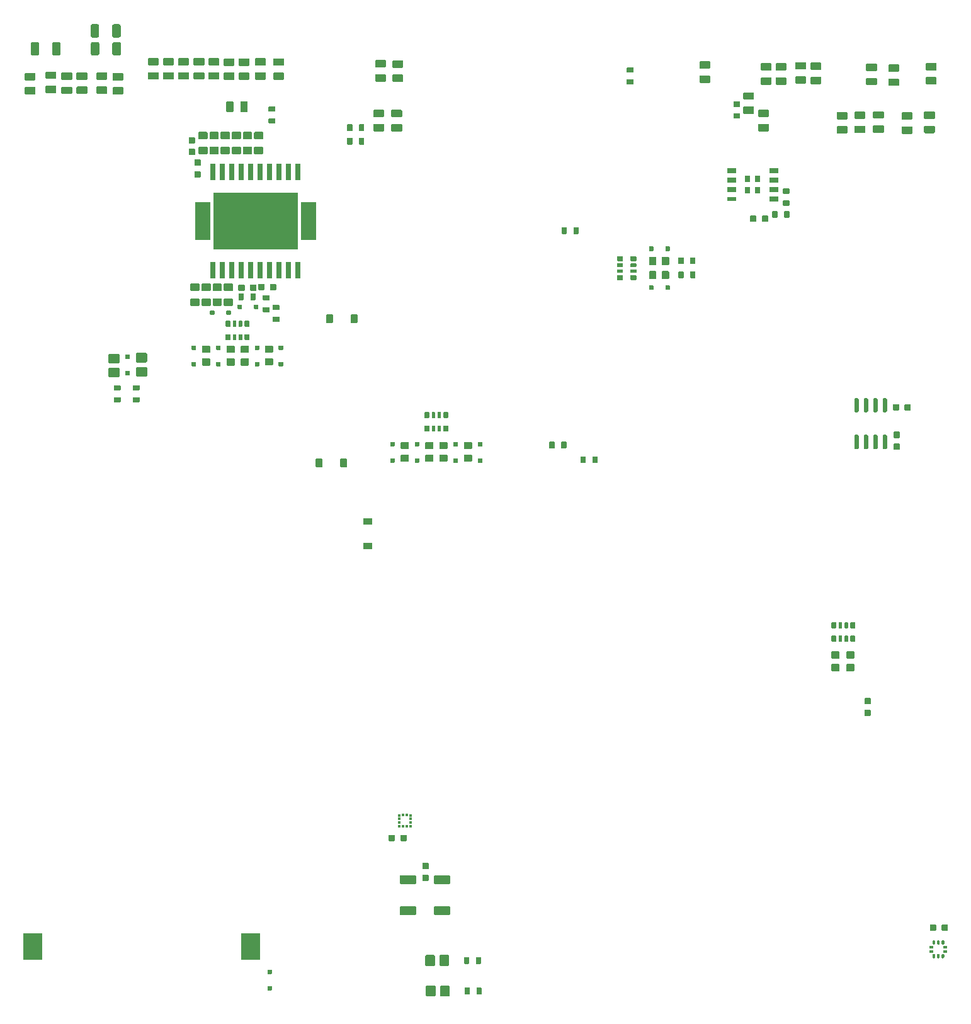
<source format=gtp>
G04 #@! TF.GenerationSoftware,KiCad,Pcbnew,(6.0.1)*
G04 #@! TF.CreationDate,2022-06-22T13:09:51+03:00*
G04 #@! TF.ProjectId,hellen64_NA6_94,68656c6c-656e-4363-945f-4e41365f3934,b*
G04 #@! TF.SameCoordinates,PX141ef50PYa2cc1bc*
G04 #@! TF.FileFunction,Paste,Top*
G04 #@! TF.FilePolarity,Positive*
%FSLAX46Y46*%
G04 Gerber Fmt 4.6, Leading zero omitted, Abs format (unit mm)*
G04 Created by KiCad (PCBNEW (6.0.1)) date 2022-06-22 13:09:51*
%MOMM*%
%LPD*%
G01*
G04 APERTURE LIST*
%ADD10O,0.000001X0.000001*%
%ADD11R,0.375000X0.350000*%
%ADD12R,0.350000X0.375000*%
%ADD13R,2.600000X3.600000*%
%ADD14R,1.310000X0.650000*%
%ADD15R,1.310000X0.600000*%
%ADD16R,0.795000X0.900000*%
%ADD17R,0.800000X2.200000*%
%ADD18R,2.032000X5.080000*%
%ADD19R,11.430000X7.620000*%
G04 APERTURE END LIST*
G04 #@! TO.C,F3*
G36*
G01*
X22446670Y133905340D02*
X21756670Y133905340D01*
G75*
G02*
X21526670Y134135340I0J230000D01*
G01*
X21526670Y135475340D01*
G75*
G02*
X21756670Y135705340I230000J0D01*
G01*
X22446670Y135705340D01*
G75*
G02*
X22676670Y135475340I0J-230000D01*
G01*
X22676670Y134135340D01*
G75*
G02*
X22446670Y133905340I-230000J0D01*
G01*
G37*
G36*
G01*
X25346690Y133905340D02*
X24656690Y133905340D01*
G75*
G02*
X24426690Y134135340I0J230000D01*
G01*
X24426690Y135475340D01*
G75*
G02*
X24656690Y135705340I230000J0D01*
G01*
X25346690Y135705340D01*
G75*
G02*
X25576690Y135475340I0J-230000D01*
G01*
X25576690Y134135340D01*
G75*
G02*
X25346690Y133905340I-230000J0D01*
G01*
G37*
G04 #@! TD*
G04 #@! TO.C,F1*
G36*
G01*
X22469990Y131500000D02*
X21779990Y131500000D01*
G75*
G02*
X21549990Y131730000I0J230000D01*
G01*
X21549990Y133070000D01*
G75*
G02*
X21779990Y133300000I230000J0D01*
G01*
X22469990Y133300000D01*
G75*
G02*
X22699990Y133070000I0J-230000D01*
G01*
X22699990Y131730000D01*
G75*
G02*
X22469990Y131500000I-230000J0D01*
G01*
G37*
G36*
G01*
X25370010Y131500000D02*
X24680010Y131500000D01*
G75*
G02*
X24450010Y131730000I0J230000D01*
G01*
X24450010Y133070000D01*
G75*
G02*
X24680010Y133300000I230000J0D01*
G01*
X25370010Y133300000D01*
G75*
G02*
X25600010Y133070000I0J-230000D01*
G01*
X25600010Y131730000D01*
G75*
G02*
X25370010Y131500000I-230000J0D01*
G01*
G37*
G04 #@! TD*
G04 #@! TO.C,F2*
G36*
G01*
X14376670Y131505340D02*
X13686670Y131505340D01*
G75*
G02*
X13456670Y131735340I0J230000D01*
G01*
X13456670Y133075340D01*
G75*
G02*
X13686670Y133305340I230000J0D01*
G01*
X14376670Y133305340D01*
G75*
G02*
X14606670Y133075340I0J-230000D01*
G01*
X14606670Y131735340D01*
G75*
G02*
X14376670Y131505340I-230000J0D01*
G01*
G37*
G36*
G01*
X17276690Y131505340D02*
X16586690Y131505340D01*
G75*
G02*
X16356690Y131735340I0J230000D01*
G01*
X16356690Y133075340D01*
G75*
G02*
X16586690Y133305340I230000J0D01*
G01*
X17276690Y133305340D01*
G75*
G02*
X17506690Y133075340I0J-230000D01*
G01*
X17506690Y131735340D01*
G75*
G02*
X17276690Y131505340I-230000J0D01*
G01*
G37*
G04 #@! TD*
G04 #@! TO.C,R8*
G36*
G01*
X60886680Y121305339D02*
X59636680Y121305339D01*
G75*
G02*
X59536680Y121405339I0J100000D01*
G01*
X59536680Y122205339D01*
G75*
G02*
X59636680Y122305339I100000J0D01*
G01*
X60886680Y122305339D01*
G75*
G02*
X60986680Y122205339I0J-100000D01*
G01*
X60986680Y121405339D01*
G75*
G02*
X60886680Y121305339I-100000J0D01*
G01*
G37*
G36*
G01*
X60886680Y123205361D02*
X59636680Y123205361D01*
G75*
G02*
X59536680Y123305361I0J100000D01*
G01*
X59536680Y124105361D01*
G75*
G02*
X59636680Y124205361I100000J0D01*
G01*
X60886680Y124205361D01*
G75*
G02*
X60986680Y124105361I0J-100000D01*
G01*
X60986680Y123305361D01*
G75*
G02*
X60886680Y123205361I-100000J0D01*
G01*
G37*
G04 #@! TD*
G04 #@! TO.C,R32*
G36*
G01*
X38726680Y128255339D02*
X37476680Y128255339D01*
G75*
G02*
X37376680Y128355339I0J100000D01*
G01*
X37376680Y129155339D01*
G75*
G02*
X37476680Y129255339I100000J0D01*
G01*
X38726680Y129255339D01*
G75*
G02*
X38826680Y129155339I0J-100000D01*
G01*
X38826680Y128355339D01*
G75*
G02*
X38726680Y128255339I-100000J0D01*
G01*
G37*
G36*
G01*
X38726680Y130155361D02*
X37476680Y130155361D01*
G75*
G02*
X37376680Y130255361I0J100000D01*
G01*
X37376680Y131055361D01*
G75*
G02*
X37476680Y131155361I100000J0D01*
G01*
X38726680Y131155361D01*
G75*
G02*
X38826680Y131055361I0J-100000D01*
G01*
X38826680Y130255361D01*
G75*
G02*
X38726680Y130155361I-100000J0D01*
G01*
G37*
G04 #@! TD*
G04 #@! TO.C,R36*
G36*
G01*
X30576680Y128255339D02*
X29326680Y128255339D01*
G75*
G02*
X29226680Y128355339I0J100000D01*
G01*
X29226680Y129155339D01*
G75*
G02*
X29326680Y129255339I100000J0D01*
G01*
X30576680Y129255339D01*
G75*
G02*
X30676680Y129155339I0J-100000D01*
G01*
X30676680Y128355339D01*
G75*
G02*
X30576680Y128255339I-100000J0D01*
G01*
G37*
G36*
G01*
X30576680Y130155361D02*
X29326680Y130155361D01*
G75*
G02*
X29226680Y130255361I0J100000D01*
G01*
X29226680Y131055361D01*
G75*
G02*
X29326680Y131155361I100000J0D01*
G01*
X30576680Y131155361D01*
G75*
G02*
X30676680Y131055361I0J-100000D01*
G01*
X30676680Y130255361D01*
G75*
G02*
X30576680Y130155361I-100000J0D01*
G01*
G37*
G04 #@! TD*
G04 #@! TO.C,R48*
G36*
G01*
X112976680Y127555339D02*
X111726680Y127555339D01*
G75*
G02*
X111626680Y127655339I0J100000D01*
G01*
X111626680Y128455339D01*
G75*
G02*
X111726680Y128555339I100000J0D01*
G01*
X112976680Y128555339D01*
G75*
G02*
X113076680Y128455339I0J-100000D01*
G01*
X113076680Y127655339D01*
G75*
G02*
X112976680Y127555339I-100000J0D01*
G01*
G37*
G36*
G01*
X112976680Y129455361D02*
X111726680Y129455361D01*
G75*
G02*
X111626680Y129555361I0J100000D01*
G01*
X111626680Y130355361D01*
G75*
G02*
X111726680Y130455361I100000J0D01*
G01*
X112976680Y130455361D01*
G75*
G02*
X113076680Y130355361I0J-100000D01*
G01*
X113076680Y129555361D01*
G75*
G02*
X112976680Y129455361I-100000J0D01*
G01*
G37*
G04 #@! TD*
G04 #@! TO.C,R53*
G36*
G01*
X40776680Y128205339D02*
X39526680Y128205339D01*
G75*
G02*
X39426680Y128305339I0J100000D01*
G01*
X39426680Y129105339D01*
G75*
G02*
X39526680Y129205339I100000J0D01*
G01*
X40776680Y129205339D01*
G75*
G02*
X40876680Y129105339I0J-100000D01*
G01*
X40876680Y128305339D01*
G75*
G02*
X40776680Y128205339I-100000J0D01*
G01*
G37*
G36*
G01*
X40776680Y130105361D02*
X39526680Y130105361D01*
G75*
G02*
X39426680Y130205361I0J100000D01*
G01*
X39426680Y131005361D01*
G75*
G02*
X39526680Y131105361I100000J0D01*
G01*
X40776680Y131105361D01*
G75*
G02*
X40876680Y131005361I0J-100000D01*
G01*
X40876680Y130205361D01*
G75*
G02*
X40776680Y130105361I-100000J0D01*
G01*
G37*
G04 #@! TD*
G04 #@! TO.C,R24*
G36*
G01*
X112626680Y121305339D02*
X111376680Y121305339D01*
G75*
G02*
X111276680Y121405339I0J100000D01*
G01*
X111276680Y122205339D01*
G75*
G02*
X111376680Y122305339I100000J0D01*
G01*
X112626680Y122305339D01*
G75*
G02*
X112726680Y122205339I0J-100000D01*
G01*
X112726680Y121405339D01*
G75*
G02*
X112626680Y121305339I-100000J0D01*
G01*
G37*
G36*
G01*
X112626680Y123205361D02*
X111376680Y123205361D01*
G75*
G02*
X111276680Y123305361I0J100000D01*
G01*
X111276680Y124105361D01*
G75*
G02*
X111376680Y124205361I100000J0D01*
G01*
X112626680Y124205361D01*
G75*
G02*
X112726680Y124105361I0J-100000D01*
G01*
X112726680Y123305361D01*
G75*
G02*
X112626680Y123205361I-100000J0D01*
G01*
G37*
G04 #@! TD*
G04 #@! TO.C,R33*
G36*
G01*
X32626680Y128255339D02*
X31376680Y128255339D01*
G75*
G02*
X31276680Y128355339I0J100000D01*
G01*
X31276680Y129155339D01*
G75*
G02*
X31376680Y129255339I100000J0D01*
G01*
X32626680Y129255339D01*
G75*
G02*
X32726680Y129155339I0J-100000D01*
G01*
X32726680Y128355339D01*
G75*
G02*
X32626680Y128255339I-100000J0D01*
G01*
G37*
G36*
G01*
X32626680Y130155361D02*
X31376680Y130155361D01*
G75*
G02*
X31276680Y130255361I0J100000D01*
G01*
X31276680Y131055361D01*
G75*
G02*
X31376680Y131155361I100000J0D01*
G01*
X32626680Y131155361D01*
G75*
G02*
X32726680Y131055361I0J-100000D01*
G01*
X32726680Y130255361D01*
G75*
G02*
X32626680Y130155361I-100000J0D01*
G01*
G37*
G04 #@! TD*
G04 #@! TO.C,R42*
G36*
G01*
X14016221Y126259437D02*
X12766221Y126259437D01*
G75*
G02*
X12666221Y126359437I0J100000D01*
G01*
X12666221Y127159437D01*
G75*
G02*
X12766221Y127259437I100000J0D01*
G01*
X14016221Y127259437D01*
G75*
G02*
X14116221Y127159437I0J-100000D01*
G01*
X14116221Y126359437D01*
G75*
G02*
X14016221Y126259437I-100000J0D01*
G01*
G37*
G36*
G01*
X14016221Y128159459D02*
X12766221Y128159459D01*
G75*
G02*
X12666221Y128259459I0J100000D01*
G01*
X12666221Y129059459D01*
G75*
G02*
X12766221Y129159459I100000J0D01*
G01*
X14016221Y129159459D01*
G75*
G02*
X14116221Y129059459I0J-100000D01*
G01*
X14116221Y128259459D01*
G75*
G02*
X14016221Y128159459I-100000J0D01*
G01*
G37*
G04 #@! TD*
G04 #@! TO.C,R43*
G36*
G01*
X128076680Y121105339D02*
X126826680Y121105339D01*
G75*
G02*
X126726680Y121205339I0J100000D01*
G01*
X126726680Y122005339D01*
G75*
G02*
X126826680Y122105339I100000J0D01*
G01*
X128076680Y122105339D01*
G75*
G02*
X128176680Y122005339I0J-100000D01*
G01*
X128176680Y121205339D01*
G75*
G02*
X128076680Y121105339I-100000J0D01*
G01*
G37*
G36*
G01*
X128076680Y123005361D02*
X126826680Y123005361D01*
G75*
G02*
X126726680Y123105361I0J100000D01*
G01*
X126726680Y123905361D01*
G75*
G02*
X126826680Y124005361I100000J0D01*
G01*
X128076680Y124005361D01*
G75*
G02*
X128176680Y123905361I0J-100000D01*
G01*
X128176680Y123105361D01*
G75*
G02*
X128076680Y123005361I-100000J0D01*
G01*
G37*
G04 #@! TD*
G04 #@! TO.C,R52*
G36*
G01*
X63306680Y121295339D02*
X62056680Y121295339D01*
G75*
G02*
X61956680Y121395339I0J100000D01*
G01*
X61956680Y122195339D01*
G75*
G02*
X62056680Y122295339I100000J0D01*
G01*
X63306680Y122295339D01*
G75*
G02*
X63406680Y122195339I0J-100000D01*
G01*
X63406680Y121395339D01*
G75*
G02*
X63306680Y121295339I-100000J0D01*
G01*
G37*
G36*
G01*
X63306680Y123195361D02*
X62056680Y123195361D01*
G75*
G02*
X61956680Y123295361I0J100000D01*
G01*
X61956680Y124095361D01*
G75*
G02*
X62056680Y124195361I100000J0D01*
G01*
X63306680Y124195361D01*
G75*
G02*
X63406680Y124095361I0J-100000D01*
G01*
X63406680Y123295361D01*
G75*
G02*
X63306680Y123195361I-100000J0D01*
G01*
G37*
G04 #@! TD*
G04 #@! TO.C,R17*
G36*
G01*
X130676680Y123865341D02*
X131926680Y123865341D01*
G75*
G02*
X132026680Y123765341I0J-100000D01*
G01*
X132026680Y122965341D01*
G75*
G02*
X131926680Y122865341I-100000J0D01*
G01*
X130676680Y122865341D01*
G75*
G02*
X130576680Y122965341I0J100000D01*
G01*
X130576680Y123765341D01*
G75*
G02*
X130676680Y123865341I100000J0D01*
G01*
G37*
G36*
G01*
X130676680Y121965319D02*
X131926680Y121965319D01*
G75*
G02*
X132026680Y121865319I0J-100000D01*
G01*
X132026680Y121065319D01*
G75*
G02*
X131926680Y120965319I-100000J0D01*
G01*
X130676680Y120965319D01*
G75*
G02*
X130576680Y121065319I0J100000D01*
G01*
X130576680Y121865319D01*
G75*
G02*
X130676680Y121965319I100000J0D01*
G01*
G37*
G04 #@! TD*
G04 #@! TO.C,R40*
G36*
G01*
X18936680Y126305339D02*
X17686680Y126305339D01*
G75*
G02*
X17586680Y126405339I0J100000D01*
G01*
X17586680Y127205339D01*
G75*
G02*
X17686680Y127305339I100000J0D01*
G01*
X18936680Y127305339D01*
G75*
G02*
X19036680Y127205339I0J-100000D01*
G01*
X19036680Y126405339D01*
G75*
G02*
X18936680Y126305339I-100000J0D01*
G01*
G37*
G36*
G01*
X18936680Y128205361D02*
X17686680Y128205361D01*
G75*
G02*
X17586680Y128305361I0J100000D01*
G01*
X17586680Y129105361D01*
G75*
G02*
X17686680Y129205361I100000J0D01*
G01*
X18936680Y129205361D01*
G75*
G02*
X19036680Y129105361I0J-100000D01*
G01*
X19036680Y128305361D01*
G75*
G02*
X18936680Y128205361I-100000J0D01*
G01*
G37*
G04 #@! TD*
G04 #@! TO.C,R38*
G36*
G01*
X20976680Y126325339D02*
X19726680Y126325339D01*
G75*
G02*
X19626680Y126425339I0J100000D01*
G01*
X19626680Y127225339D01*
G75*
G02*
X19726680Y127325339I100000J0D01*
G01*
X20976680Y127325339D01*
G75*
G02*
X21076680Y127225339I0J-100000D01*
G01*
X21076680Y126425339D01*
G75*
G02*
X20976680Y126325339I-100000J0D01*
G01*
G37*
G36*
G01*
X20976680Y128225361D02*
X19726680Y128225361D01*
G75*
G02*
X19626680Y128325361I0J100000D01*
G01*
X19626680Y129125361D01*
G75*
G02*
X19726680Y129225361I100000J0D01*
G01*
X20976680Y129225361D01*
G75*
G02*
X21076680Y129125361I0J-100000D01*
G01*
X21076680Y128325361D01*
G75*
G02*
X20976680Y128225361I-100000J0D01*
G01*
G37*
G04 #@! TD*
G04 #@! TO.C,R44*
G36*
G01*
X127150000Y127499999D02*
X125900000Y127499999D01*
G75*
G02*
X125800000Y127599999I0J100000D01*
G01*
X125800000Y128399999D01*
G75*
G02*
X125900000Y128499999I100000J0D01*
G01*
X127150000Y128499999D01*
G75*
G02*
X127250000Y128399999I0J-100000D01*
G01*
X127250000Y127599999D01*
G75*
G02*
X127150000Y127499999I-100000J0D01*
G01*
G37*
G36*
G01*
X127150000Y129400021D02*
X125900000Y129400021D01*
G75*
G02*
X125800000Y129500021I0J100000D01*
G01*
X125800000Y130300021D01*
G75*
G02*
X125900000Y130400021I100000J0D01*
G01*
X127150000Y130400021D01*
G75*
G02*
X127250000Y130300021I0J-100000D01*
G01*
X127250000Y129500021D01*
G75*
G02*
X127150000Y129400021I-100000J0D01*
G01*
G37*
G04 #@! TD*
G04 #@! TO.C,R30*
G36*
G01*
X42776680Y128205339D02*
X41526680Y128205339D01*
G75*
G02*
X41426680Y128305339I0J100000D01*
G01*
X41426680Y129105339D01*
G75*
G02*
X41526680Y129205339I100000J0D01*
G01*
X42776680Y129205339D01*
G75*
G02*
X42876680Y129105339I0J-100000D01*
G01*
X42876680Y128305339D01*
G75*
G02*
X42776680Y128205339I-100000J0D01*
G01*
G37*
G36*
G01*
X42776680Y130105361D02*
X41526680Y130105361D01*
G75*
G02*
X41426680Y130205361I0J100000D01*
G01*
X41426680Y131005361D01*
G75*
G02*
X41526680Y131105361I100000J0D01*
G01*
X42776680Y131105361D01*
G75*
G02*
X42876680Y131005361I0J-100000D01*
G01*
X42876680Y130205361D01*
G75*
G02*
X42776680Y130105361I-100000J0D01*
G01*
G37*
G04 #@! TD*
G04 #@! TO.C,R31*
G36*
G01*
X36726680Y128255339D02*
X35476680Y128255339D01*
G75*
G02*
X35376680Y128355339I0J100000D01*
G01*
X35376680Y129155339D01*
G75*
G02*
X35476680Y129255339I100000J0D01*
G01*
X36726680Y129255339D01*
G75*
G02*
X36826680Y129155339I0J-100000D01*
G01*
X36826680Y128355339D01*
G75*
G02*
X36726680Y128255339I-100000J0D01*
G01*
G37*
G36*
G01*
X36726680Y130155361D02*
X35476680Y130155361D01*
G75*
G02*
X35376680Y130255361I0J100000D01*
G01*
X35376680Y131055361D01*
G75*
G02*
X35476680Y131155361I100000J0D01*
G01*
X36726680Y131155361D01*
G75*
G02*
X36826680Y131055361I0J-100000D01*
G01*
X36826680Y130255361D01*
G75*
G02*
X36726680Y130155361I-100000J0D01*
G01*
G37*
G04 #@! TD*
G04 #@! TO.C,R19*
G36*
G01*
X114976680Y127555339D02*
X113726680Y127555339D01*
G75*
G02*
X113626680Y127655339I0J100000D01*
G01*
X113626680Y128455339D01*
G75*
G02*
X113726680Y128555339I100000J0D01*
G01*
X114976680Y128555339D01*
G75*
G02*
X115076680Y128455339I0J-100000D01*
G01*
X115076680Y127655339D01*
G75*
G02*
X114976680Y127555339I-100000J0D01*
G01*
G37*
G36*
G01*
X114976680Y129455361D02*
X113726680Y129455361D01*
G75*
G02*
X113626680Y129555361I0J100000D01*
G01*
X113626680Y130355361D01*
G75*
G02*
X113726680Y130455361I100000J0D01*
G01*
X114976680Y130455361D01*
G75*
G02*
X115076680Y130355361I0J-100000D01*
G01*
X115076680Y129555361D01*
G75*
G02*
X114976680Y129455361I-100000J0D01*
G01*
G37*
G04 #@! TD*
G04 #@! TO.C,R47*
G36*
G01*
X119676680Y127655339D02*
X118426680Y127655339D01*
G75*
G02*
X118326680Y127755339I0J100000D01*
G01*
X118326680Y128555339D01*
G75*
G02*
X118426680Y128655339I100000J0D01*
G01*
X119676680Y128655339D01*
G75*
G02*
X119776680Y128555339I0J-100000D01*
G01*
X119776680Y127755339D01*
G75*
G02*
X119676680Y127655339I-100000J0D01*
G01*
G37*
G36*
G01*
X119676680Y129555361D02*
X118426680Y129555361D01*
G75*
G02*
X118326680Y129655361I0J100000D01*
G01*
X118326680Y130455361D01*
G75*
G02*
X118426680Y130555361I100000J0D01*
G01*
X119676680Y130555361D01*
G75*
G02*
X119776680Y130455361I0J-100000D01*
G01*
X119776680Y129655361D01*
G75*
G02*
X119676680Y129555361I-100000J0D01*
G01*
G37*
G04 #@! TD*
G04 #@! TO.C,R34*
G36*
G01*
X34626680Y128255339D02*
X33376680Y128255339D01*
G75*
G02*
X33276680Y128355339I0J100000D01*
G01*
X33276680Y129155339D01*
G75*
G02*
X33376680Y129255339I100000J0D01*
G01*
X34626680Y129255339D01*
G75*
G02*
X34726680Y129155339I0J-100000D01*
G01*
X34726680Y128355339D01*
G75*
G02*
X34626680Y128255339I-100000J0D01*
G01*
G37*
G36*
G01*
X34626680Y130155361D02*
X33376680Y130155361D01*
G75*
G02*
X33276680Y130255361I0J100000D01*
G01*
X33276680Y131055361D01*
G75*
G02*
X33376680Y131155361I100000J0D01*
G01*
X34626680Y131155361D01*
G75*
G02*
X34726680Y131055361I0J-100000D01*
G01*
X34726680Y130255361D01*
G75*
G02*
X34626680Y130155361I-100000J0D01*
G01*
G37*
G04 #@! TD*
G04 #@! TO.C,R35*
G36*
G01*
X25816221Y126234437D02*
X24566221Y126234437D01*
G75*
G02*
X24466221Y126334437I0J100000D01*
G01*
X24466221Y127134437D01*
G75*
G02*
X24566221Y127234437I100000J0D01*
G01*
X25816221Y127234437D01*
G75*
G02*
X25916221Y127134437I0J-100000D01*
G01*
X25916221Y126334437D01*
G75*
G02*
X25816221Y126234437I-100000J0D01*
G01*
G37*
G36*
G01*
X25816221Y128134459D02*
X24566221Y128134459D01*
G75*
G02*
X24466221Y128234459I0J100000D01*
G01*
X24466221Y129034459D01*
G75*
G02*
X24566221Y129134459I100000J0D01*
G01*
X25816221Y129134459D01*
G75*
G02*
X25916221Y129034459I0J-100000D01*
G01*
X25916221Y128234459D01*
G75*
G02*
X25816221Y128134459I-100000J0D01*
G01*
G37*
G04 #@! TD*
G04 #@! TO.C,R22*
G36*
G01*
X63466680Y127945339D02*
X62216680Y127945339D01*
G75*
G02*
X62116680Y128045339I0J100000D01*
G01*
X62116680Y128845339D01*
G75*
G02*
X62216680Y128945339I100000J0D01*
G01*
X63466680Y128945339D01*
G75*
G02*
X63566680Y128845339I0J-100000D01*
G01*
X63566680Y128045339D01*
G75*
G02*
X63466680Y127945339I-100000J0D01*
G01*
G37*
G36*
G01*
X63466680Y129845361D02*
X62216680Y129845361D01*
G75*
G02*
X62116680Y129945361I0J100000D01*
G01*
X62116680Y130745361D01*
G75*
G02*
X62216680Y130845361I100000J0D01*
G01*
X63466680Y130845361D01*
G75*
G02*
X63566680Y130745361I0J-100000D01*
G01*
X63566680Y129945361D01*
G75*
G02*
X63466680Y129845361I-100000J0D01*
G01*
G37*
G04 #@! TD*
G04 #@! TO.C,R37*
G36*
G01*
X16816680Y126435339D02*
X15566680Y126435339D01*
G75*
G02*
X15466680Y126535339I0J100000D01*
G01*
X15466680Y127335339D01*
G75*
G02*
X15566680Y127435339I100000J0D01*
G01*
X16816680Y127435339D01*
G75*
G02*
X16916680Y127335339I0J-100000D01*
G01*
X16916680Y126535339D01*
G75*
G02*
X16816680Y126435339I-100000J0D01*
G01*
G37*
G36*
G01*
X16816680Y128335361D02*
X15566680Y128335361D01*
G75*
G02*
X15466680Y128435361I0J100000D01*
G01*
X15466680Y129235361D01*
G75*
G02*
X15566680Y129335361I100000J0D01*
G01*
X16816680Y129335361D01*
G75*
G02*
X16916680Y129235361I0J-100000D01*
G01*
X16916680Y128435361D01*
G75*
G02*
X16816680Y128335361I-100000J0D01*
G01*
G37*
G04 #@! TD*
G04 #@! TO.C,R28*
G36*
G01*
X47426680Y128215339D02*
X46176680Y128215339D01*
G75*
G02*
X46076680Y128315339I0J100000D01*
G01*
X46076680Y129115339D01*
G75*
G02*
X46176680Y129215339I100000J0D01*
G01*
X47426680Y129215339D01*
G75*
G02*
X47526680Y129115339I0J-100000D01*
G01*
X47526680Y128315339D01*
G75*
G02*
X47426680Y128215339I-100000J0D01*
G01*
G37*
G36*
G01*
X47426680Y130115361D02*
X46176680Y130115361D01*
G75*
G02*
X46076680Y130215361I0J100000D01*
G01*
X46076680Y131015361D01*
G75*
G02*
X46176680Y131115361I100000J0D01*
G01*
X47426680Y131115361D01*
G75*
G02*
X47526680Y131015361I0J-100000D01*
G01*
X47526680Y130215361D01*
G75*
G02*
X47426680Y130115361I-100000J0D01*
G01*
G37*
G04 #@! TD*
G04 #@! TO.C,R26*
G36*
G01*
X134937640Y121050339D02*
X133687640Y121050339D01*
G75*
G02*
X133587640Y121150339I0J100000D01*
G01*
X133587640Y121950339D01*
G75*
G02*
X133687640Y122050339I100000J0D01*
G01*
X134937640Y122050339D01*
G75*
G02*
X135037640Y121950339I0J-100000D01*
G01*
X135037640Y121150339D01*
G75*
G02*
X134937640Y121050339I-100000J0D01*
G01*
G37*
G36*
G01*
X134937640Y122950361D02*
X133687640Y122950361D01*
G75*
G02*
X133587640Y123050361I0J100000D01*
G01*
X133587640Y123850361D01*
G75*
G02*
X133687640Y123950361I100000J0D01*
G01*
X134937640Y123950361D01*
G75*
G02*
X135037640Y123850361I0J-100000D01*
G01*
X135037640Y123050361D01*
G75*
G02*
X134937640Y122950361I-100000J0D01*
G01*
G37*
G04 #@! TD*
G04 #@! TO.C,R25*
G36*
G01*
X135176680Y127596039D02*
X133926680Y127596039D01*
G75*
G02*
X133826680Y127696039I0J100000D01*
G01*
X133826680Y128496039D01*
G75*
G02*
X133926680Y128596039I100000J0D01*
G01*
X135176680Y128596039D01*
G75*
G02*
X135276680Y128496039I0J-100000D01*
G01*
X135276680Y127696039D01*
G75*
G02*
X135176680Y127596039I-100000J0D01*
G01*
G37*
G36*
G01*
X135176680Y129496061D02*
X133926680Y129496061D01*
G75*
G02*
X133826680Y129596061I0J100000D01*
G01*
X133826680Y130396061D01*
G75*
G02*
X133926680Y130496061I100000J0D01*
G01*
X135176680Y130496061D01*
G75*
G02*
X135276680Y130396061I0J-100000D01*
G01*
X135276680Y129596061D01*
G75*
G02*
X135176680Y129496061I-100000J0D01*
G01*
G37*
G04 #@! TD*
G04 #@! TO.C,R51*
G36*
G01*
X61136680Y127985339D02*
X59886680Y127985339D01*
G75*
G02*
X59786680Y128085339I0J100000D01*
G01*
X59786680Y128885339D01*
G75*
G02*
X59886680Y128985339I100000J0D01*
G01*
X61136680Y128985339D01*
G75*
G02*
X61236680Y128885339I0J-100000D01*
G01*
X61236680Y128085339D01*
G75*
G02*
X61136680Y127985339I-100000J0D01*
G01*
G37*
G36*
G01*
X61136680Y129885361D02*
X59886680Y129885361D01*
G75*
G02*
X59786680Y129985361I0J100000D01*
G01*
X59786680Y130785361D01*
G75*
G02*
X59886680Y130885361I100000J0D01*
G01*
X61136680Y130885361D01*
G75*
G02*
X61236680Y130785361I0J-100000D01*
G01*
X61236680Y129985361D01*
G75*
G02*
X61136680Y129885361I-100000J0D01*
G01*
G37*
G04 #@! TD*
G04 #@! TO.C,R27*
G36*
G01*
X109376680Y126555341D02*
X110626680Y126555341D01*
G75*
G02*
X110726680Y126455341I0J-100000D01*
G01*
X110726680Y125655341D01*
G75*
G02*
X110626680Y125555341I-100000J0D01*
G01*
X109376680Y125555341D01*
G75*
G02*
X109276680Y125655341I0J100000D01*
G01*
X109276680Y126455341D01*
G75*
G02*
X109376680Y126555341I100000J0D01*
G01*
G37*
G36*
G01*
X109376680Y124655319D02*
X110626680Y124655319D01*
G75*
G02*
X110726680Y124555319I0J-100000D01*
G01*
X110726680Y123755319D01*
G75*
G02*
X110626680Y123655319I-100000J0D01*
G01*
X109376680Y123655319D01*
G75*
G02*
X109276680Y123755319I0J100000D01*
G01*
X109276680Y124555319D01*
G75*
G02*
X109376680Y124655319I100000J0D01*
G01*
G37*
G04 #@! TD*
G04 #@! TO.C,R39*
G36*
G01*
X23666680Y126325339D02*
X22416680Y126325339D01*
G75*
G02*
X22316680Y126425339I0J100000D01*
G01*
X22316680Y127225339D01*
G75*
G02*
X22416680Y127325339I100000J0D01*
G01*
X23666680Y127325339D01*
G75*
G02*
X23766680Y127225339I0J-100000D01*
G01*
X23766680Y126425339D01*
G75*
G02*
X23666680Y126325339I-100000J0D01*
G01*
G37*
G36*
G01*
X23666680Y128225361D02*
X22416680Y128225361D01*
G75*
G02*
X22316680Y128325361I0J100000D01*
G01*
X22316680Y129125361D01*
G75*
G02*
X22416680Y129225361I100000J0D01*
G01*
X23666680Y129225361D01*
G75*
G02*
X23766680Y129125361I0J-100000D01*
G01*
X23766680Y128325361D01*
G75*
G02*
X23666680Y128225361I-100000J0D01*
G01*
G37*
G04 #@! TD*
G04 #@! TO.C,R49*
G36*
G01*
X104726680Y127805339D02*
X103476680Y127805339D01*
G75*
G02*
X103376680Y127905339I0J100000D01*
G01*
X103376680Y128705339D01*
G75*
G02*
X103476680Y128805339I100000J0D01*
G01*
X104726680Y128805339D01*
G75*
G02*
X104826680Y128705339I0J-100000D01*
G01*
X104826680Y127905339D01*
G75*
G02*
X104726680Y127805339I-100000J0D01*
G01*
G37*
G36*
G01*
X104726680Y129705361D02*
X103476680Y129705361D01*
G75*
G02*
X103376680Y129805361I0J100000D01*
G01*
X103376680Y130605361D01*
G75*
G02*
X103476680Y130705361I100000J0D01*
G01*
X104726680Y130705361D01*
G75*
G02*
X104826680Y130605361I0J-100000D01*
G01*
X104826680Y129805361D01*
G75*
G02*
X104726680Y129705361I-100000J0D01*
G01*
G37*
G04 #@! TD*
G04 #@! TO.C,R45*
G36*
G01*
X125576680Y121055318D02*
X124326680Y121055318D01*
G75*
G02*
X124226680Y121155318I0J100000D01*
G01*
X124226680Y121955318D01*
G75*
G02*
X124326680Y122055318I100000J0D01*
G01*
X125576680Y122055318D01*
G75*
G02*
X125676680Y121955318I0J-100000D01*
G01*
X125676680Y121155318D01*
G75*
G02*
X125576680Y121055318I-100000J0D01*
G01*
G37*
G36*
G01*
X125576680Y122955340D02*
X124326680Y122955340D01*
G75*
G02*
X124226680Y123055340I0J100000D01*
G01*
X124226680Y123855340D01*
G75*
G02*
X124326680Y123955340I100000J0D01*
G01*
X125576680Y123955340D01*
G75*
G02*
X125676680Y123855340I0J-100000D01*
G01*
X125676680Y123055340D01*
G75*
G02*
X125576680Y122955340I-100000J0D01*
G01*
G37*
G04 #@! TD*
G04 #@! TO.C,R20*
G36*
G01*
X42651681Y125230340D02*
X42651681Y123980340D01*
G75*
G02*
X42551681Y123880340I-100000J0D01*
G01*
X41751681Y123880340D01*
G75*
G02*
X41651681Y123980340I0J100000D01*
G01*
X41651681Y125230340D01*
G75*
G02*
X41751681Y125330340I100000J0D01*
G01*
X42551681Y125330340D01*
G75*
G02*
X42651681Y125230340I0J-100000D01*
G01*
G37*
G36*
G01*
X40751659Y125230340D02*
X40751659Y123980340D01*
G75*
G02*
X40651659Y123880340I-100000J0D01*
G01*
X39851659Y123880340D01*
G75*
G02*
X39751659Y123980340I0J100000D01*
G01*
X39751659Y125230340D01*
G75*
G02*
X39851659Y125330340I100000J0D01*
G01*
X40651659Y125330340D01*
G75*
G02*
X40751659Y125230340I0J-100000D01*
G01*
G37*
G04 #@! TD*
G04 #@! TO.C,R46*
G36*
G01*
X117626680Y127705339D02*
X116376680Y127705339D01*
G75*
G02*
X116276680Y127805339I0J100000D01*
G01*
X116276680Y128605339D01*
G75*
G02*
X116376680Y128705339I100000J0D01*
G01*
X117626680Y128705339D01*
G75*
G02*
X117726680Y128605339I0J-100000D01*
G01*
X117726680Y127805339D01*
G75*
G02*
X117626680Y127705339I-100000J0D01*
G01*
G37*
G36*
G01*
X117626680Y129605361D02*
X116376680Y129605361D01*
G75*
G02*
X116276680Y129705361I0J100000D01*
G01*
X116276680Y130505361D01*
G75*
G02*
X116376680Y130605361I100000J0D01*
G01*
X117626680Y130605361D01*
G75*
G02*
X117726680Y130505361I0J-100000D01*
G01*
X117726680Y129705361D01*
G75*
G02*
X117626680Y129605361I-100000J0D01*
G01*
G37*
G04 #@! TD*
G04 #@! TO.C,R58*
G36*
G01*
X44976680Y128235339D02*
X43726680Y128235339D01*
G75*
G02*
X43626680Y128335339I0J100000D01*
G01*
X43626680Y129135339D01*
G75*
G02*
X43726680Y129235339I100000J0D01*
G01*
X44976680Y129235339D01*
G75*
G02*
X45076680Y129135339I0J-100000D01*
G01*
X45076680Y128335339D01*
G75*
G02*
X44976680Y128235339I-100000J0D01*
G01*
G37*
G36*
G01*
X44976680Y130135361D02*
X43726680Y130135361D01*
G75*
G02*
X43626680Y130235361I0J100000D01*
G01*
X43626680Y131035361D01*
G75*
G02*
X43726680Y131135361I100000J0D01*
G01*
X44976680Y131135361D01*
G75*
G02*
X45076680Y131035361I0J-100000D01*
G01*
X45076680Y130235361D01*
G75*
G02*
X44976680Y130135361I-100000J0D01*
G01*
G37*
G04 #@! TD*
G04 #@! TO.C,R12*
G36*
G01*
X130126680Y127405339D02*
X128876680Y127405339D01*
G75*
G02*
X128776680Y127505339I0J100000D01*
G01*
X128776680Y128305339D01*
G75*
G02*
X128876680Y128405339I100000J0D01*
G01*
X130126680Y128405339D01*
G75*
G02*
X130226680Y128305339I0J-100000D01*
G01*
X130226680Y127505339D01*
G75*
G02*
X130126680Y127405339I-100000J0D01*
G01*
G37*
G36*
G01*
X130126680Y129305361D02*
X128876680Y129305361D01*
G75*
G02*
X128776680Y129405361I0J100000D01*
G01*
X128776680Y130205361D01*
G75*
G02*
X128876680Y130305361I100000J0D01*
G01*
X130126680Y130305361D01*
G75*
G02*
X130226680Y130205361I0J-100000D01*
G01*
X130226680Y129405361D01*
G75*
G02*
X130126680Y129305361I-100000J0D01*
G01*
G37*
G04 #@! TD*
G04 #@! TO.C,R18*
G36*
G01*
X123201680Y121005339D02*
X121951680Y121005339D01*
G75*
G02*
X121851680Y121105339I0J100000D01*
G01*
X121851680Y121905339D01*
G75*
G02*
X121951680Y122005339I100000J0D01*
G01*
X123201680Y122005339D01*
G75*
G02*
X123301680Y121905339I0J-100000D01*
G01*
X123301680Y121105339D01*
G75*
G02*
X123201680Y121005339I-100000J0D01*
G01*
G37*
G36*
G01*
X123201680Y122905361D02*
X121951680Y122905361D01*
G75*
G02*
X121851680Y123005361I0J100000D01*
G01*
X121851680Y123805361D01*
G75*
G02*
X121951680Y123905361I100000J0D01*
G01*
X123201680Y123905361D01*
G75*
G02*
X123301680Y123805361I0J-100000D01*
G01*
X123301680Y123005361D01*
G75*
G02*
X123201680Y122905361I-100000J0D01*
G01*
G37*
G04 #@! TD*
D10*
G04 #@! TO.C,M4*
X89968539Y5845064D03*
X82218547Y19395047D03*
X82988541Y4570030D03*
G04 #@! TD*
G04 #@! TO.C,R57*
G36*
G01*
X58321680Y120375340D02*
X58321680Y119595340D01*
G75*
G02*
X58251680Y119525340I-70000J0D01*
G01*
X57691680Y119525340D01*
G75*
G02*
X57621680Y119595340I0J70000D01*
G01*
X57621680Y120375340D01*
G75*
G02*
X57691680Y120445340I70000J0D01*
G01*
X58251680Y120445340D01*
G75*
G02*
X58321680Y120375340I0J-70000D01*
G01*
G37*
G36*
G01*
X56721680Y120375340D02*
X56721680Y119595340D01*
G75*
G02*
X56651680Y119525340I-70000J0D01*
G01*
X56091680Y119525340D01*
G75*
G02*
X56021680Y119595340I0J70000D01*
G01*
X56021680Y120375340D01*
G75*
G02*
X56091680Y120445340I70000J0D01*
G01*
X56651680Y120445340D01*
G75*
G02*
X56721680Y120375340I0J-70000D01*
G01*
G37*
G04 #@! TD*
G04 #@! TO.C,R2*
G36*
G01*
X24710000Y87162500D02*
X25490000Y87162500D01*
G75*
G02*
X25560000Y87092500I0J-70000D01*
G01*
X25560000Y86532500D01*
G75*
G02*
X25490000Y86462500I-70000J0D01*
G01*
X24710000Y86462500D01*
G75*
G02*
X24640000Y86532500I0J70000D01*
G01*
X24640000Y87092500D01*
G75*
G02*
X24710000Y87162500I70000J0D01*
G01*
G37*
G36*
G01*
X24710000Y85562500D02*
X25490000Y85562500D01*
G75*
G02*
X25560000Y85492500I0J-70000D01*
G01*
X25560000Y84932500D01*
G75*
G02*
X25490000Y84862500I-70000J0D01*
G01*
X24710000Y84862500D01*
G75*
G02*
X24640000Y84932500I0J70000D01*
G01*
X24640000Y85492500D01*
G75*
G02*
X24710000Y85562500I70000J0D01*
G01*
G37*
G04 #@! TD*
G04 #@! TO.C,R4*
G36*
G01*
X113181680Y109745340D02*
X113181680Y110525340D01*
G75*
G02*
X113251680Y110595340I70000J0D01*
G01*
X113811680Y110595340D01*
G75*
G02*
X113881680Y110525340I0J-70000D01*
G01*
X113881680Y109745340D01*
G75*
G02*
X113811680Y109675340I-70000J0D01*
G01*
X113251680Y109675340D01*
G75*
G02*
X113181680Y109745340I0J70000D01*
G01*
G37*
G36*
G01*
X114781680Y109745340D02*
X114781680Y110525340D01*
G75*
G02*
X114851680Y110595340I70000J0D01*
G01*
X115411680Y110595340D01*
G75*
G02*
X115481680Y110525340I0J-70000D01*
G01*
X115481680Y109745340D01*
G75*
G02*
X115411680Y109675340I-70000J0D01*
G01*
X114851680Y109675340D01*
G75*
G02*
X114781680Y109745340I0J70000D01*
G01*
G37*
G04 #@! TD*
G04 #@! TO.C,C3*
G36*
G01*
X61596678Y25965340D02*
X61596678Y26645340D01*
G75*
G02*
X61681678Y26730340I85000J0D01*
G01*
X62361678Y26730340D01*
G75*
G02*
X62446678Y26645340I0J-85000D01*
G01*
X62446678Y25965340D01*
G75*
G02*
X62361678Y25880340I-85000J0D01*
G01*
X61681678Y25880340D01*
G75*
G02*
X61596678Y25965340I0J85000D01*
G01*
G37*
G36*
G01*
X63176680Y25965340D02*
X63176680Y26645340D01*
G75*
G02*
X63261680Y26730340I85000J0D01*
G01*
X63941680Y26730340D01*
G75*
G02*
X64026680Y26645340I0J-85000D01*
G01*
X64026680Y25965340D01*
G75*
G02*
X63941680Y25880340I-85000J0D01*
G01*
X63261680Y25880340D01*
G75*
G02*
X63176680Y25965340I0J85000D01*
G01*
G37*
G04 #@! TD*
G04 #@! TO.C,R9*
G36*
G01*
X44731680Y99275340D02*
X45511680Y99275340D01*
G75*
G02*
X45581680Y99205340I0J-70000D01*
G01*
X45581680Y98645340D01*
G75*
G02*
X45511680Y98575340I-70000J0D01*
G01*
X44731680Y98575340D01*
G75*
G02*
X44661680Y98645340I0J70000D01*
G01*
X44661680Y99205340D01*
G75*
G02*
X44731680Y99275340I70000J0D01*
G01*
G37*
G36*
G01*
X44731680Y97675340D02*
X45511680Y97675340D01*
G75*
G02*
X45581680Y97605340I0J-70000D01*
G01*
X45581680Y97045340D01*
G75*
G02*
X45511680Y96975340I-70000J0D01*
G01*
X44731680Y96975340D01*
G75*
G02*
X44661680Y97045340I0J70000D01*
G01*
X44661680Y97605340D01*
G75*
G02*
X44731680Y97675340I70000J0D01*
G01*
G37*
G04 #@! TD*
G04 #@! TO.C,R21*
G36*
G01*
X108791680Y123005340D02*
X108011680Y123005340D01*
G75*
G02*
X107941680Y123075340I0J70000D01*
G01*
X107941680Y123635340D01*
G75*
G02*
X108011680Y123705340I70000J0D01*
G01*
X108791680Y123705340D01*
G75*
G02*
X108861680Y123635340I0J-70000D01*
G01*
X108861680Y123075340D01*
G75*
G02*
X108791680Y123005340I-70000J0D01*
G01*
G37*
G36*
G01*
X108791680Y124605340D02*
X108011680Y124605340D01*
G75*
G02*
X107941680Y124675340I0J70000D01*
G01*
X107941680Y125235340D01*
G75*
G02*
X108011680Y125305340I70000J0D01*
G01*
X108791680Y125305340D01*
G75*
G02*
X108861680Y125235340I0J-70000D01*
G01*
X108861680Y124675340D01*
G75*
G02*
X108791680Y124605340I-70000J0D01*
G01*
G37*
G04 #@! TD*
G04 #@! TO.C,M5*
X57244999Y68321715D03*
G04 #@! TD*
G04 #@! TO.C,D1*
G36*
G01*
X67906019Y6350340D02*
X67906019Y5110340D01*
G75*
G02*
X67776019Y4980340I-130000J0D01*
G01*
X66736019Y4980340D01*
G75*
G02*
X66606019Y5110340I0J130000D01*
G01*
X66606019Y6350340D01*
G75*
G02*
X66736019Y6480340I130000J0D01*
G01*
X67776019Y6480340D01*
G75*
G02*
X67906019Y6350340I0J-130000D01*
G01*
G37*
G36*
G01*
X69806040Y6350340D02*
X69806040Y5110340D01*
G75*
G02*
X69676040Y4980340I-130000J0D01*
G01*
X68636040Y4980340D01*
G75*
G02*
X68506040Y5110340I0J130000D01*
G01*
X68506040Y6350340D01*
G75*
G02*
X68636040Y6480340I130000J0D01*
G01*
X69676040Y6480340D01*
G75*
G02*
X69806040Y6350340I0J-130000D01*
G01*
G37*
G04 #@! TD*
G04 #@! TO.C,D15*
G36*
G01*
X62411889Y79496090D02*
X62411889Y79016090D01*
G75*
G02*
X62351889Y78956090I-60000J0D01*
G01*
X61871889Y78956090D01*
G75*
G02*
X61811889Y79016090I0J60000D01*
G01*
X61811889Y79496090D01*
G75*
G02*
X61871889Y79556090I60000J0D01*
G01*
X62351889Y79556090D01*
G75*
G02*
X62411889Y79496090I0J-60000D01*
G01*
G37*
G36*
G01*
X62411889Y77296090D02*
X62411889Y76816090D01*
G75*
G02*
X62351889Y76756090I-60000J0D01*
G01*
X61871889Y76756090D01*
G75*
G02*
X61811889Y76816090I0J60000D01*
G01*
X61811889Y77296090D01*
G75*
G02*
X61871889Y77356090I60000J0D01*
G01*
X62351889Y77356090D01*
G75*
G02*
X62411889Y77296090I0J-60000D01*
G01*
G37*
G04 #@! TD*
G04 #@! TO.C,C7*
G36*
G01*
X34790197Y120526785D02*
X35470197Y120526785D01*
G75*
G02*
X35555197Y120441785I0J-85000D01*
G01*
X35555197Y119761785D01*
G75*
G02*
X35470197Y119676785I-85000J0D01*
G01*
X34790197Y119676785D01*
G75*
G02*
X34705197Y119761785I0J85000D01*
G01*
X34705197Y120441785D01*
G75*
G02*
X34790197Y120526785I85000J0D01*
G01*
G37*
G36*
G01*
X34790197Y118946783D02*
X35470197Y118946783D01*
G75*
G02*
X35555197Y118861783I0J-85000D01*
G01*
X35555197Y118181783D01*
G75*
G02*
X35470197Y118096783I-85000J0D01*
G01*
X34790197Y118096783D01*
G75*
G02*
X34705197Y118181783I0J85000D01*
G01*
X34705197Y118861783D01*
G75*
G02*
X34790197Y118946783I85000J0D01*
G01*
G37*
G04 #@! TD*
G04 #@! TO.C,C1*
G36*
G01*
X66211680Y22945341D02*
X66891680Y22945341D01*
G75*
G02*
X66976680Y22860341I0J-85000D01*
G01*
X66976680Y22180341D01*
G75*
G02*
X66891680Y22095341I-85000J0D01*
G01*
X66211680Y22095341D01*
G75*
G02*
X66126680Y22180341I0J85000D01*
G01*
X66126680Y22860341D01*
G75*
G02*
X66211680Y22945341I85000J0D01*
G01*
G37*
G36*
G01*
X66211680Y21365339D02*
X66891680Y21365339D01*
G75*
G02*
X66976680Y21280339I0J-85000D01*
G01*
X66976680Y20600339D01*
G75*
G02*
X66891680Y20515339I-85000J0D01*
G01*
X66211680Y20515339D01*
G75*
G02*
X66126680Y20600339I0J85000D01*
G01*
X66126680Y21280339D01*
G75*
G02*
X66211680Y21365339I85000J0D01*
G01*
G37*
G04 #@! TD*
G04 #@! TO.C,S1*
G36*
G01*
X63221680Y21305341D02*
X65181680Y21305341D01*
G75*
G02*
X65301680Y21185341I0J-120000D01*
G01*
X65301680Y20225341D01*
G75*
G02*
X65181680Y20105341I-120000J0D01*
G01*
X63221680Y20105341D01*
G75*
G02*
X63101680Y20225341I0J120000D01*
G01*
X63101680Y21185341D01*
G75*
G02*
X63221680Y21305341I120000J0D01*
G01*
G37*
G36*
G01*
X63221680Y17105340D02*
X65181680Y17105340D01*
G75*
G02*
X65301680Y16985340I0J-120000D01*
G01*
X65301680Y16025340D01*
G75*
G02*
X65181680Y15905340I-120000J0D01*
G01*
X63221680Y15905340D01*
G75*
G02*
X63101680Y16025340I0J120000D01*
G01*
X63101680Y16985340D01*
G75*
G02*
X63221680Y17105340I120000J0D01*
G01*
G37*
G04 #@! TD*
G04 #@! TO.C,D6*
G36*
G01*
X71811891Y79556089D02*
X72711891Y79556089D01*
G75*
G02*
X72811891Y79456089I0J-100000D01*
G01*
X72811891Y78656089D01*
G75*
G02*
X72711891Y78556089I-100000J0D01*
G01*
X71811891Y78556089D01*
G75*
G02*
X71711891Y78656089I0J100000D01*
G01*
X71711891Y79456089D01*
G75*
G02*
X71811891Y79556089I100000J0D01*
G01*
G37*
G36*
G01*
X71811891Y77856089D02*
X72711891Y77856089D01*
G75*
G02*
X72811891Y77756089I0J-100000D01*
G01*
X72811891Y76956089D01*
G75*
G02*
X72711891Y76856089I-100000J0D01*
G01*
X71811891Y76856089D01*
G75*
G02*
X71711891Y76956089I0J100000D01*
G01*
X71711891Y77756089D01*
G75*
G02*
X71811891Y77856089I100000J0D01*
G01*
G37*
G04 #@! TD*
G04 #@! TO.C,C4*
G36*
G01*
X131806682Y84545340D02*
X131806682Y83865340D01*
G75*
G02*
X131721682Y83780340I-85000J0D01*
G01*
X131041682Y83780340D01*
G75*
G02*
X130956682Y83865340I0J85000D01*
G01*
X130956682Y84545340D01*
G75*
G02*
X131041682Y84630340I85000J0D01*
G01*
X131721682Y84630340D01*
G75*
G02*
X131806682Y84545340I0J-85000D01*
G01*
G37*
G36*
G01*
X130226680Y84545340D02*
X130226680Y83865340D01*
G75*
G02*
X130141680Y83780340I-85000J0D01*
G01*
X129461680Y83780340D01*
G75*
G02*
X129376680Y83865340I0J85000D01*
G01*
X129376680Y84545340D01*
G75*
G02*
X129461680Y84630340I85000J0D01*
G01*
X130141680Y84630340D01*
G75*
G02*
X130226680Y84545340I0J-85000D01*
G01*
G37*
G04 #@! TD*
G04 #@! TO.C,D28*
G36*
G01*
X55996680Y77215340D02*
X55996680Y76195340D01*
G75*
G02*
X55906680Y76105340I-90000J0D01*
G01*
X55186680Y76105340D01*
G75*
G02*
X55096680Y76195340I0J90000D01*
G01*
X55096680Y77215340D01*
G75*
G02*
X55186680Y77305340I90000J0D01*
G01*
X55906680Y77305340D01*
G75*
G02*
X55996680Y77215340I0J-90000D01*
G01*
G37*
G36*
G01*
X52696680Y77215340D02*
X52696680Y76195340D01*
G75*
G02*
X52606680Y76105340I-90000J0D01*
G01*
X51886680Y76105340D01*
G75*
G02*
X51796680Y76195340I0J90000D01*
G01*
X51796680Y77215340D01*
G75*
G02*
X51886680Y77305340I90000J0D01*
G01*
X52606680Y77305340D01*
G75*
G02*
X52696680Y77215340I0J-90000D01*
G01*
G37*
G04 #@! TD*
G04 #@! TO.C,D12*
G36*
G01*
X74199386Y79494591D02*
X74199386Y79014591D01*
G75*
G02*
X74139386Y78954591I-60000J0D01*
G01*
X73659386Y78954591D01*
G75*
G02*
X73599386Y79014591I0J60000D01*
G01*
X73599386Y79494591D01*
G75*
G02*
X73659386Y79554591I60000J0D01*
G01*
X74139386Y79554591D01*
G75*
G02*
X74199386Y79494591I0J-60000D01*
G01*
G37*
G36*
G01*
X74199386Y77294591D02*
X74199386Y76814591D01*
G75*
G02*
X74139386Y76754591I-60000J0D01*
G01*
X73659386Y76754591D01*
G75*
G02*
X73599386Y76814591I0J60000D01*
G01*
X73599386Y77294591D01*
G75*
G02*
X73659386Y77354591I60000J0D01*
G01*
X74139386Y77354591D01*
G75*
G02*
X74199386Y77294591I0J-60000D01*
G01*
G37*
G04 #@! TD*
G04 #@! TO.C,D22*
G36*
G01*
X38989177Y92443841D02*
X38989177Y91963841D01*
G75*
G02*
X38929177Y91903841I-60000J0D01*
G01*
X38449177Y91903841D01*
G75*
G02*
X38389177Y91963841I0J60000D01*
G01*
X38389177Y92443841D01*
G75*
G02*
X38449177Y92503841I60000J0D01*
G01*
X38929177Y92503841D01*
G75*
G02*
X38989177Y92443841I0J-60000D01*
G01*
G37*
G36*
G01*
X38989177Y90243841D02*
X38989177Y89763841D01*
G75*
G02*
X38929177Y89703841I-60000J0D01*
G01*
X38449177Y89703841D01*
G75*
G02*
X38389177Y89763841I0J60000D01*
G01*
X38389177Y90243841D01*
G75*
G02*
X38449177Y90303841I60000J0D01*
G01*
X38929177Y90303841D01*
G75*
G02*
X38989177Y90243841I0J-60000D01*
G01*
G37*
G04 #@! TD*
G04 #@! TO.C,D11*
G36*
G01*
X28995000Y90212521D02*
X27755000Y90212521D01*
G75*
G02*
X27625000Y90342521I0J130000D01*
G01*
X27625000Y91382521D01*
G75*
G02*
X27755000Y91512521I130000J0D01*
G01*
X28995000Y91512521D01*
G75*
G02*
X29125000Y91382521I0J-130000D01*
G01*
X29125000Y90342521D01*
G75*
G02*
X28995000Y90212521I-130000J0D01*
G01*
G37*
G36*
G01*
X28995000Y88312500D02*
X27755000Y88312500D01*
G75*
G02*
X27625000Y88442500I0J130000D01*
G01*
X27625000Y89482500D01*
G75*
G02*
X27755000Y89612500I130000J0D01*
G01*
X28995000Y89612500D01*
G75*
G02*
X29125000Y89482500I0J-130000D01*
G01*
X29125000Y88442500D01*
G75*
G02*
X28995000Y88312500I-130000J0D01*
G01*
G37*
G04 #@! TD*
G04 #@! TO.C,C17*
G36*
G01*
X39526680Y100830340D02*
X40576680Y100830340D01*
G75*
G02*
X40676680Y100730340I0J-100000D01*
G01*
X40676680Y99930340D01*
G75*
G02*
X40576680Y99830340I-100000J0D01*
G01*
X39526680Y99830340D01*
G75*
G02*
X39426680Y99930340I0J100000D01*
G01*
X39426680Y100730340D01*
G75*
G02*
X39526680Y100830340I100000J0D01*
G01*
G37*
G36*
G01*
X39526680Y98830340D02*
X40576680Y98830340D01*
G75*
G02*
X40676680Y98730340I0J-100000D01*
G01*
X40676680Y97930340D01*
G75*
G02*
X40576680Y97830340I-100000J0D01*
G01*
X39526680Y97830340D01*
G75*
G02*
X39426680Y97930340I0J100000D01*
G01*
X39426680Y98730340D01*
G75*
G02*
X39526680Y98830340I100000J0D01*
G01*
G37*
G04 #@! TD*
G04 #@! TO.C,R11*
G36*
G01*
X93671680Y129895340D02*
X94451680Y129895340D01*
G75*
G02*
X94521680Y129825340I0J-70000D01*
G01*
X94521680Y129265340D01*
G75*
G02*
X94451680Y129195340I-70000J0D01*
G01*
X93671680Y129195340D01*
G75*
G02*
X93601680Y129265340I0J70000D01*
G01*
X93601680Y129825340D01*
G75*
G02*
X93671680Y129895340I70000J0D01*
G01*
G37*
G36*
G01*
X93671680Y128295340D02*
X94451680Y128295340D01*
G75*
G02*
X94521680Y128225340I0J-70000D01*
G01*
X94521680Y127665340D01*
G75*
G02*
X94451680Y127595340I-70000J0D01*
G01*
X93671680Y127595340D01*
G75*
G02*
X93601680Y127665340I0J70000D01*
G01*
X93601680Y128225340D01*
G75*
G02*
X93671680Y128295340I70000J0D01*
G01*
G37*
G04 #@! TD*
G04 #@! TO.C,R6*
G36*
G01*
X69611889Y83491090D02*
X69611889Y82821090D01*
G75*
G02*
X69546889Y82756090I-65000J0D01*
G01*
X69026889Y82756090D01*
G75*
G02*
X68961889Y82821090I0J65000D01*
G01*
X68961889Y83491090D01*
G75*
G02*
X69026889Y83556090I65000J0D01*
G01*
X69546889Y83556090D01*
G75*
G02*
X69611889Y83491090I0J-65000D01*
G01*
G37*
G36*
G01*
X68636889Y83511090D02*
X68636889Y82801090D01*
G75*
G02*
X68591889Y82756090I-45000J0D01*
G01*
X68231889Y82756090D01*
G75*
G02*
X68186889Y82801090I0J45000D01*
G01*
X68186889Y83511090D01*
G75*
G02*
X68231889Y83556090I45000J0D01*
G01*
X68591889Y83556090D01*
G75*
G02*
X68636889Y83511090I0J-45000D01*
G01*
G37*
G36*
G01*
X67836889Y83511090D02*
X67836889Y82801090D01*
G75*
G02*
X67791889Y82756090I-45000J0D01*
G01*
X67431889Y82756090D01*
G75*
G02*
X67386889Y82801090I0J45000D01*
G01*
X67386889Y83511090D01*
G75*
G02*
X67431889Y83556090I45000J0D01*
G01*
X67791889Y83556090D01*
G75*
G02*
X67836889Y83511090I0J-45000D01*
G01*
G37*
G36*
G01*
X67061889Y83491090D02*
X67061889Y82821090D01*
G75*
G02*
X66996889Y82756090I-65000J0D01*
G01*
X66476889Y82756090D01*
G75*
G02*
X66411889Y82821090I0J65000D01*
G01*
X66411889Y83491090D01*
G75*
G02*
X66476889Y83556090I65000J0D01*
G01*
X66996889Y83556090D01*
G75*
G02*
X67061889Y83491090I0J-65000D01*
G01*
G37*
G36*
G01*
X67061889Y81691090D02*
X67061889Y81021090D01*
G75*
G02*
X66996889Y80956090I-65000J0D01*
G01*
X66476889Y80956090D01*
G75*
G02*
X66411889Y81021090I0J65000D01*
G01*
X66411889Y81691090D01*
G75*
G02*
X66476889Y81756090I65000J0D01*
G01*
X66996889Y81756090D01*
G75*
G02*
X67061889Y81691090I0J-65000D01*
G01*
G37*
G36*
G01*
X67836889Y81711090D02*
X67836889Y81001090D01*
G75*
G02*
X67791889Y80956090I-45000J0D01*
G01*
X67431889Y80956090D01*
G75*
G02*
X67386889Y81001090I0J45000D01*
G01*
X67386889Y81711090D01*
G75*
G02*
X67431889Y81756090I45000J0D01*
G01*
X67791889Y81756090D01*
G75*
G02*
X67836889Y81711090I0J-45000D01*
G01*
G37*
G36*
G01*
X68636889Y81711090D02*
X68636889Y81001090D01*
G75*
G02*
X68591889Y80956090I-45000J0D01*
G01*
X68231889Y80956090D01*
G75*
G02*
X68186889Y81001090I0J45000D01*
G01*
X68186889Y81711090D01*
G75*
G02*
X68231889Y81756090I45000J0D01*
G01*
X68591889Y81756090D01*
G75*
G02*
X68636889Y81711090I0J-45000D01*
G01*
G37*
G36*
G01*
X69611889Y81691090D02*
X69611889Y81021090D01*
G75*
G02*
X69546889Y80956090I-65000J0D01*
G01*
X69026889Y80956090D01*
G75*
G02*
X68961889Y81021090I0J65000D01*
G01*
X68961889Y81691090D01*
G75*
G02*
X69026889Y81756090I65000J0D01*
G01*
X69546889Y81756090D01*
G75*
G02*
X69611889Y81691090I0J-65000D01*
G01*
G37*
G04 #@! TD*
G04 #@! TO.C,R55*
G36*
G01*
X87151680Y108345340D02*
X87151680Y107565340D01*
G75*
G02*
X87081680Y107495340I-70000J0D01*
G01*
X86521680Y107495340D01*
G75*
G02*
X86451680Y107565340I0J70000D01*
G01*
X86451680Y108345340D01*
G75*
G02*
X86521680Y108415340I70000J0D01*
G01*
X87081680Y108415340D01*
G75*
G02*
X87151680Y108345340I0J-70000D01*
G01*
G37*
G36*
G01*
X85551680Y108345340D02*
X85551680Y107565340D01*
G75*
G02*
X85481680Y107495340I-70000J0D01*
G01*
X84921680Y107495340D01*
G75*
G02*
X84851680Y107565340I0J70000D01*
G01*
X84851680Y108345340D01*
G75*
G02*
X84921680Y108415340I70000J0D01*
G01*
X85481680Y108415340D01*
G75*
G02*
X85551680Y108345340I0J-70000D01*
G01*
G37*
G04 #@! TD*
G04 #@! TO.C,D30*
G36*
G01*
X96662380Y100599897D02*
X97142380Y100599897D01*
G75*
G02*
X97202380Y100539897I0J-60000D01*
G01*
X97202380Y100059897D01*
G75*
G02*
X97142380Y99999897I-60000J0D01*
G01*
X96662380Y99999897D01*
G75*
G02*
X96602380Y100059897I0J60000D01*
G01*
X96602380Y100539897D01*
G75*
G02*
X96662380Y100599897I60000J0D01*
G01*
G37*
G36*
G01*
X98862380Y100599897D02*
X99342380Y100599897D01*
G75*
G02*
X99402380Y100539897I0J-60000D01*
G01*
X99402380Y100059897D01*
G75*
G02*
X99342380Y99999897I-60000J0D01*
G01*
X98862380Y99999897D01*
G75*
G02*
X98802380Y100059897I0J60000D01*
G01*
X98802380Y100539897D01*
G75*
G02*
X98862380Y100599897I60000J0D01*
G01*
G37*
G04 #@! TD*
G04 #@! TO.C,M8*
X58359046Y98199900D03*
G04 #@! TD*
G04 #@! TO.C,M13*
X104618539Y19553554D03*
G04 #@! TD*
G04 #@! TO.C,S2*
G36*
G01*
X67796680Y21305341D02*
X69756680Y21305341D01*
G75*
G02*
X69876680Y21185341I0J-120000D01*
G01*
X69876680Y20225341D01*
G75*
G02*
X69756680Y20105341I-120000J0D01*
G01*
X67796680Y20105341D01*
G75*
G02*
X67676680Y20225341I0J120000D01*
G01*
X67676680Y21185341D01*
G75*
G02*
X67796680Y21305341I120000J0D01*
G01*
G37*
G36*
G01*
X67796680Y17105340D02*
X69756680Y17105340D01*
G75*
G02*
X69876680Y16985340I0J-120000D01*
G01*
X69876680Y16025340D01*
G75*
G02*
X69756680Y15905340I-120000J0D01*
G01*
X67796680Y15905340D01*
G75*
G02*
X67676680Y16025340I0J120000D01*
G01*
X67676680Y16985340D01*
G75*
G02*
X67796680Y17105340I120000J0D01*
G01*
G37*
G04 #@! TD*
G04 #@! TO.C,D23*
G36*
G01*
X35701680Y92445340D02*
X35701680Y91965340D01*
G75*
G02*
X35641680Y91905340I-60000J0D01*
G01*
X35161680Y91905340D01*
G75*
G02*
X35101680Y91965340I0J60000D01*
G01*
X35101680Y92445340D01*
G75*
G02*
X35161680Y92505340I60000J0D01*
G01*
X35641680Y92505340D01*
G75*
G02*
X35701680Y92445340I0J-60000D01*
G01*
G37*
G36*
G01*
X35701680Y90245340D02*
X35701680Y89765340D01*
G75*
G02*
X35641680Y89705340I-60000J0D01*
G01*
X35161680Y89705340D01*
G75*
G02*
X35101680Y89765340I0J60000D01*
G01*
X35101680Y90245340D01*
G75*
G02*
X35161680Y90305340I60000J0D01*
G01*
X35641680Y90305340D01*
G75*
G02*
X35701680Y90245340I0J-60000D01*
G01*
G37*
G04 #@! TD*
G04 #@! TO.C,D26*
G36*
G01*
X96602381Y103412402D02*
X96602381Y104312402D01*
G75*
G02*
X96702381Y104412402I100000J0D01*
G01*
X97502381Y104412402D01*
G75*
G02*
X97602381Y104312402I0J-100000D01*
G01*
X97602381Y103412402D01*
G75*
G02*
X97502381Y103312402I-100000J0D01*
G01*
X96702381Y103312402D01*
G75*
G02*
X96602381Y103412402I0J100000D01*
G01*
G37*
G36*
G01*
X98302381Y103412402D02*
X98302381Y104312402D01*
G75*
G02*
X98402381Y104412402I100000J0D01*
G01*
X99202381Y104412402D01*
G75*
G02*
X99302381Y104312402I0J-100000D01*
G01*
X99302381Y103412402D01*
G75*
G02*
X99202381Y103312402I-100000J0D01*
G01*
X98402381Y103312402D01*
G75*
G02*
X98302381Y103412402I0J100000D01*
G01*
G37*
G04 #@! TD*
G04 #@! TO.C,C22*
G36*
G01*
X112616681Y109895340D02*
X112616681Y109215340D01*
G75*
G02*
X112531681Y109130340I-85000J0D01*
G01*
X111851681Y109130340D01*
G75*
G02*
X111766681Y109215340I0J85000D01*
G01*
X111766681Y109895340D01*
G75*
G02*
X111851681Y109980340I85000J0D01*
G01*
X112531681Y109980340D01*
G75*
G02*
X112616681Y109895340I0J-85000D01*
G01*
G37*
G36*
G01*
X111036679Y109895340D02*
X111036679Y109215340D01*
G75*
G02*
X110951679Y109130340I-85000J0D01*
G01*
X110271679Y109130340D01*
G75*
G02*
X110186679Y109215340I0J85000D01*
G01*
X110186679Y109895340D01*
G75*
G02*
X110271679Y109980340I85000J0D01*
G01*
X110951679Y109980340D01*
G75*
G02*
X111036679Y109895340I0J-85000D01*
G01*
G37*
G04 #@! TD*
G04 #@! TO.C,C16*
G36*
G01*
X43596680Y121225340D02*
X44646680Y121225340D01*
G75*
G02*
X44746680Y121125340I0J-100000D01*
G01*
X44746680Y120325340D01*
G75*
G02*
X44646680Y120225340I-100000J0D01*
G01*
X43596680Y120225340D01*
G75*
G02*
X43496680Y120325340I0J100000D01*
G01*
X43496680Y121125340D01*
G75*
G02*
X43596680Y121225340I100000J0D01*
G01*
G37*
G36*
G01*
X43596680Y119225340D02*
X44646680Y119225340D01*
G75*
G02*
X44746680Y119125340I0J-100000D01*
G01*
X44746680Y118325340D01*
G75*
G02*
X44646680Y118225340I-100000J0D01*
G01*
X43596680Y118225340D01*
G75*
G02*
X43496680Y118325340I0J100000D01*
G01*
X43496680Y119125340D01*
G75*
G02*
X43596680Y119225340I100000J0D01*
G01*
G37*
G04 #@! TD*
G04 #@! TO.C,R16*
G36*
G01*
X92367380Y104512400D02*
X93037380Y104512400D01*
G75*
G02*
X93102380Y104447400I0J-65000D01*
G01*
X93102380Y103927400D01*
G75*
G02*
X93037380Y103862400I-65000J0D01*
G01*
X92367380Y103862400D01*
G75*
G02*
X92302380Y103927400I0J65000D01*
G01*
X92302380Y104447400D01*
G75*
G02*
X92367380Y104512400I65000J0D01*
G01*
G37*
G36*
G01*
X92347380Y103537400D02*
X93057380Y103537400D01*
G75*
G02*
X93102380Y103492400I0J-45000D01*
G01*
X93102380Y103132400D01*
G75*
G02*
X93057380Y103087400I-45000J0D01*
G01*
X92347380Y103087400D01*
G75*
G02*
X92302380Y103132400I0J45000D01*
G01*
X92302380Y103492400D01*
G75*
G02*
X92347380Y103537400I45000J0D01*
G01*
G37*
G36*
G01*
X92347380Y102737400D02*
X93057380Y102737400D01*
G75*
G02*
X93102380Y102692400I0J-45000D01*
G01*
X93102380Y102332400D01*
G75*
G02*
X93057380Y102287400I-45000J0D01*
G01*
X92347380Y102287400D01*
G75*
G02*
X92302380Y102332400I0J45000D01*
G01*
X92302380Y102692400D01*
G75*
G02*
X92347380Y102737400I45000J0D01*
G01*
G37*
G36*
G01*
X92367380Y101962400D02*
X93037380Y101962400D01*
G75*
G02*
X93102380Y101897400I0J-65000D01*
G01*
X93102380Y101377400D01*
G75*
G02*
X93037380Y101312400I-65000J0D01*
G01*
X92367380Y101312400D01*
G75*
G02*
X92302380Y101377400I0J65000D01*
G01*
X92302380Y101897400D01*
G75*
G02*
X92367380Y101962400I65000J0D01*
G01*
G37*
G36*
G01*
X94167380Y101962400D02*
X94837380Y101962400D01*
G75*
G02*
X94902380Y101897400I0J-65000D01*
G01*
X94902380Y101377400D01*
G75*
G02*
X94837380Y101312400I-65000J0D01*
G01*
X94167380Y101312400D01*
G75*
G02*
X94102380Y101377400I0J65000D01*
G01*
X94102380Y101897400D01*
G75*
G02*
X94167380Y101962400I65000J0D01*
G01*
G37*
G36*
G01*
X94147380Y102737400D02*
X94857380Y102737400D01*
G75*
G02*
X94902380Y102692400I0J-45000D01*
G01*
X94902380Y102332400D01*
G75*
G02*
X94857380Y102287400I-45000J0D01*
G01*
X94147380Y102287400D01*
G75*
G02*
X94102380Y102332400I0J45000D01*
G01*
X94102380Y102692400D01*
G75*
G02*
X94147380Y102737400I45000J0D01*
G01*
G37*
G36*
G01*
X94147380Y103537400D02*
X94857380Y103537400D01*
G75*
G02*
X94902380Y103492400I0J-45000D01*
G01*
X94902380Y103132400D01*
G75*
G02*
X94857380Y103087400I-45000J0D01*
G01*
X94147380Y103087400D01*
G75*
G02*
X94102380Y103132400I0J45000D01*
G01*
X94102380Y103492400D01*
G75*
G02*
X94147380Y103537400I45000J0D01*
G01*
G37*
G36*
G01*
X94167380Y104512400D02*
X94837380Y104512400D01*
G75*
G02*
X94902380Y104447400I0J-65000D01*
G01*
X94902380Y103927400D01*
G75*
G02*
X94837380Y103862400I-65000J0D01*
G01*
X94167380Y103862400D01*
G75*
G02*
X94102380Y103927400I0J65000D01*
G01*
X94102380Y104447400D01*
G75*
G02*
X94167380Y104512400I65000J0D01*
G01*
G37*
G04 #@! TD*
G04 #@! TO.C,D9*
G36*
G01*
X63311891Y79556089D02*
X64211891Y79556089D01*
G75*
G02*
X64311891Y79456089I0J-100000D01*
G01*
X64311891Y78656089D01*
G75*
G02*
X64211891Y78556089I-100000J0D01*
G01*
X63311891Y78556089D01*
G75*
G02*
X63211891Y78656089I0J100000D01*
G01*
X63211891Y79456089D01*
G75*
G02*
X63311891Y79556089I100000J0D01*
G01*
G37*
G36*
G01*
X63311891Y77856089D02*
X64211891Y77856089D01*
G75*
G02*
X64311891Y77756089I0J-100000D01*
G01*
X64311891Y76956089D01*
G75*
G02*
X64211891Y76856089I-100000J0D01*
G01*
X63311891Y76856089D01*
G75*
G02*
X63211891Y76956089I0J100000D01*
G01*
X63211891Y77756089D01*
G75*
G02*
X63311891Y77856089I100000J0D01*
G01*
G37*
G04 #@! TD*
G04 #@! TO.C,D8*
G36*
G01*
X66611891Y79556089D02*
X67511891Y79556089D01*
G75*
G02*
X67611891Y79456089I0J-100000D01*
G01*
X67611891Y78656089D01*
G75*
G02*
X67511891Y78556089I-100000J0D01*
G01*
X66611891Y78556089D01*
G75*
G02*
X66511891Y78656089I0J100000D01*
G01*
X66511891Y79456089D01*
G75*
G02*
X66611891Y79556089I100000J0D01*
G01*
G37*
G36*
G01*
X66611891Y77856089D02*
X67511891Y77856089D01*
G75*
G02*
X67611891Y77756089I0J-100000D01*
G01*
X67611891Y76956089D01*
G75*
G02*
X67511891Y76856089I-100000J0D01*
G01*
X66611891Y76856089D01*
G75*
G02*
X66511891Y76956089I0J100000D01*
G01*
X66511891Y77756089D01*
G75*
G02*
X66611891Y77856089I100000J0D01*
G01*
G37*
G04 #@! TD*
G04 #@! TO.C,D14*
G36*
G01*
X65711889Y79496090D02*
X65711889Y79016090D01*
G75*
G02*
X65651889Y78956090I-60000J0D01*
G01*
X65171889Y78956090D01*
G75*
G02*
X65111889Y79016090I0J60000D01*
G01*
X65111889Y79496090D01*
G75*
G02*
X65171889Y79556090I60000J0D01*
G01*
X65651889Y79556090D01*
G75*
G02*
X65711889Y79496090I0J-60000D01*
G01*
G37*
G36*
G01*
X65711889Y77296090D02*
X65711889Y76816090D01*
G75*
G02*
X65651889Y76756090I-60000J0D01*
G01*
X65171889Y76756090D01*
G75*
G02*
X65111889Y76816090I0J60000D01*
G01*
X65111889Y77296090D01*
G75*
G02*
X65171889Y77356090I60000J0D01*
G01*
X65651889Y77356090D01*
G75*
G02*
X65711889Y77296090I0J-60000D01*
G01*
G37*
G04 #@! TD*
G04 #@! TO.C,C13*
G36*
G01*
X41646680Y118225340D02*
X40596680Y118225340D01*
G75*
G02*
X40496680Y118325340I0J100000D01*
G01*
X40496680Y119125340D01*
G75*
G02*
X40596680Y119225340I100000J0D01*
G01*
X41646680Y119225340D01*
G75*
G02*
X41746680Y119125340I0J-100000D01*
G01*
X41746680Y118325340D01*
G75*
G02*
X41646680Y118225340I-100000J0D01*
G01*
G37*
G36*
G01*
X41646680Y120225340D02*
X40596680Y120225340D01*
G75*
G02*
X40496680Y120325340I0J100000D01*
G01*
X40496680Y121125340D01*
G75*
G02*
X40596680Y121225340I100000J0D01*
G01*
X41646680Y121225340D01*
G75*
G02*
X41746680Y121125340I0J-100000D01*
G01*
X41746680Y120325340D01*
G75*
G02*
X41646680Y120225340I-100000J0D01*
G01*
G37*
G04 #@! TD*
G04 #@! TO.C,D29*
G36*
G01*
X96662380Y105812400D02*
X97142380Y105812400D01*
G75*
G02*
X97202380Y105752400I0J-60000D01*
G01*
X97202380Y105272400D01*
G75*
G02*
X97142380Y105212400I-60000J0D01*
G01*
X96662380Y105212400D01*
G75*
G02*
X96602380Y105272400I0J60000D01*
G01*
X96602380Y105752400D01*
G75*
G02*
X96662380Y105812400I60000J0D01*
G01*
G37*
G36*
G01*
X98862380Y105812400D02*
X99342380Y105812400D01*
G75*
G02*
X99402380Y105752400I0J-60000D01*
G01*
X99402380Y105272400D01*
G75*
G02*
X99342380Y105212400I-60000J0D01*
G01*
X98862380Y105212400D01*
G75*
G02*
X98802380Y105272400I0J60000D01*
G01*
X98802380Y105752400D01*
G75*
G02*
X98862380Y105812400I60000J0D01*
G01*
G37*
G04 #@! TD*
G04 #@! TO.C,C9*
G36*
G01*
X37146680Y118225340D02*
X36096680Y118225340D01*
G75*
G02*
X35996680Y118325340I0J100000D01*
G01*
X35996680Y119125340D01*
G75*
G02*
X36096680Y119225340I100000J0D01*
G01*
X37146680Y119225340D01*
G75*
G02*
X37246680Y119125340I0J-100000D01*
G01*
X37246680Y118325340D01*
G75*
G02*
X37146680Y118225340I-100000J0D01*
G01*
G37*
G36*
G01*
X37146680Y120225340D02*
X36096680Y120225340D01*
G75*
G02*
X35996680Y120325340I0J100000D01*
G01*
X35996680Y121125340D01*
G75*
G02*
X36096680Y121225340I100000J0D01*
G01*
X37146680Y121225340D01*
G75*
G02*
X37246680Y121125340I0J-100000D01*
G01*
X37246680Y120325340D01*
G75*
G02*
X37146680Y120225340I-100000J0D01*
G01*
G37*
G04 #@! TD*
G04 #@! TO.C,D16*
G36*
G01*
X45051680Y92512399D02*
X45951680Y92512399D01*
G75*
G02*
X46051680Y92412399I0J-100000D01*
G01*
X46051680Y91612399D01*
G75*
G02*
X45951680Y91512399I-100000J0D01*
G01*
X45051680Y91512399D01*
G75*
G02*
X44951680Y91612399I0J100000D01*
G01*
X44951680Y92412399D01*
G75*
G02*
X45051680Y92512399I100000J0D01*
G01*
G37*
G36*
G01*
X45051680Y90812399D02*
X45951680Y90812399D01*
G75*
G02*
X46051680Y90712399I0J-100000D01*
G01*
X46051680Y89912399D01*
G75*
G02*
X45951680Y89812399I-100000J0D01*
G01*
X45051680Y89812399D01*
G75*
G02*
X44951680Y89912399I0J100000D01*
G01*
X44951680Y90712399D01*
G75*
G02*
X45051680Y90812399I100000J0D01*
G01*
G37*
G04 #@! TD*
G04 #@! TO.C,R3*
G36*
G01*
X87401680Y76765340D02*
X87401680Y77545340D01*
G75*
G02*
X87471680Y77615340I70000J0D01*
G01*
X88031680Y77615340D01*
G75*
G02*
X88101680Y77545340I0J-70000D01*
G01*
X88101680Y76765340D01*
G75*
G02*
X88031680Y76695340I-70000J0D01*
G01*
X87471680Y76695340D01*
G75*
G02*
X87401680Y76765340I0J70000D01*
G01*
G37*
G36*
G01*
X89001680Y76765340D02*
X89001680Y77545340D01*
G75*
G02*
X89071680Y77615340I70000J0D01*
G01*
X89631680Y77615340D01*
G75*
G02*
X89701680Y77545340I0J-70000D01*
G01*
X89701680Y76765340D01*
G75*
G02*
X89631680Y76695340I-70000J0D01*
G01*
X89071680Y76695340D01*
G75*
G02*
X89001680Y76765340I0J70000D01*
G01*
G37*
G04 #@! TD*
G04 #@! TO.C,R23*
G36*
G01*
X46291680Y122355340D02*
X45511680Y122355340D01*
G75*
G02*
X45441680Y122425340I0J70000D01*
G01*
X45441680Y122985340D01*
G75*
G02*
X45511680Y123055340I70000J0D01*
G01*
X46291680Y123055340D01*
G75*
G02*
X46361680Y122985340I0J-70000D01*
G01*
X46361680Y122425340D01*
G75*
G02*
X46291680Y122355340I-70000J0D01*
G01*
G37*
G36*
G01*
X46291680Y123955340D02*
X45511680Y123955340D01*
G75*
G02*
X45441680Y124025340I0J70000D01*
G01*
X45441680Y124585340D01*
G75*
G02*
X45511680Y124655340I70000J0D01*
G01*
X46291680Y124655340D01*
G75*
G02*
X46361680Y124585340I0J-70000D01*
G01*
X46361680Y124025340D01*
G75*
G02*
X46291680Y123955340I-70000J0D01*
G01*
G37*
G04 #@! TD*
G04 #@! TO.C,R10*
G36*
G01*
X43701680Y99445340D02*
X43701680Y98665340D01*
G75*
G02*
X43631680Y98595340I-70000J0D01*
G01*
X43071680Y98595340D01*
G75*
G02*
X43001680Y98665340I0J70000D01*
G01*
X43001680Y99445340D01*
G75*
G02*
X43071680Y99515340I70000J0D01*
G01*
X43631680Y99515340D01*
G75*
G02*
X43701680Y99445340I0J-70000D01*
G01*
G37*
G36*
G01*
X42101680Y99445340D02*
X42101680Y98665340D01*
G75*
G02*
X42031680Y98595340I-70000J0D01*
G01*
X41471680Y98595340D01*
G75*
G02*
X41401680Y98665340I0J70000D01*
G01*
X41401680Y99445340D01*
G75*
G02*
X41471680Y99515340I70000J0D01*
G01*
X42031680Y99515340D01*
G75*
G02*
X42101680Y99445340I0J-70000D01*
G01*
G37*
G04 #@! TD*
G04 #@! TO.C,D19*
G36*
G01*
X36601682Y92505339D02*
X37501682Y92505339D01*
G75*
G02*
X37601682Y92405339I0J-100000D01*
G01*
X37601682Y91605339D01*
G75*
G02*
X37501682Y91505339I-100000J0D01*
G01*
X36601682Y91505339D01*
G75*
G02*
X36501682Y91605339I0J100000D01*
G01*
X36501682Y92405339D01*
G75*
G02*
X36601682Y92505339I100000J0D01*
G01*
G37*
G36*
G01*
X36601682Y90805339D02*
X37501682Y90805339D01*
G75*
G02*
X37601682Y90705339I0J-100000D01*
G01*
X37601682Y89905339D01*
G75*
G02*
X37501682Y89805339I-100000J0D01*
G01*
X36601682Y89805339D01*
G75*
G02*
X36501682Y89905339I0J100000D01*
G01*
X36501682Y90705339D01*
G75*
G02*
X36601682Y90805339I100000J0D01*
G01*
G37*
G04 #@! TD*
G04 #@! TO.C,D21*
G36*
G01*
X44201680Y92445340D02*
X44201680Y91965340D01*
G75*
G02*
X44141680Y91905340I-60000J0D01*
G01*
X43661680Y91905340D01*
G75*
G02*
X43601680Y91965340I0J60000D01*
G01*
X43601680Y92445340D01*
G75*
G02*
X43661680Y92505340I60000J0D01*
G01*
X44141680Y92505340D01*
G75*
G02*
X44201680Y92445340I0J-60000D01*
G01*
G37*
G36*
G01*
X44201680Y90245340D02*
X44201680Y89765340D01*
G75*
G02*
X44141680Y89705340I-60000J0D01*
G01*
X43661680Y89705340D01*
G75*
G02*
X43601680Y89765340I0J60000D01*
G01*
X43601680Y90245340D01*
G75*
G02*
X43661680Y90305340I60000J0D01*
G01*
X44141680Y90305340D01*
G75*
G02*
X44201680Y90245340I0J-60000D01*
G01*
G37*
G04 #@! TD*
G04 #@! TO.C,R56*
G36*
G01*
X58321680Y122175340D02*
X58321680Y121395340D01*
G75*
G02*
X58251680Y121325340I-70000J0D01*
G01*
X57691680Y121325340D01*
G75*
G02*
X57621680Y121395340I0J70000D01*
G01*
X57621680Y122175340D01*
G75*
G02*
X57691680Y122245340I70000J0D01*
G01*
X58251680Y122245340D01*
G75*
G02*
X58321680Y122175340I0J-70000D01*
G01*
G37*
G36*
G01*
X56721680Y122175340D02*
X56721680Y121395340D01*
G75*
G02*
X56651680Y121325340I-70000J0D01*
G01*
X56091680Y121325340D01*
G75*
G02*
X56021680Y121395340I0J70000D01*
G01*
X56021680Y122175340D01*
G75*
G02*
X56091680Y122245340I70000J0D01*
G01*
X56651680Y122245340D01*
G75*
G02*
X56721680Y122175340I0J-70000D01*
G01*
G37*
G04 #@! TD*
D11*
G04 #@! TO.C,U1*
X64564180Y27855340D03*
X64564180Y28355340D03*
X64564180Y28855340D03*
X64564180Y29355340D03*
D12*
X64051680Y29367840D03*
X63551680Y29367840D03*
D11*
X63039180Y29355340D03*
X63039180Y28855340D03*
X63039180Y28355340D03*
X63039180Y27855340D03*
D12*
X63551680Y27842840D03*
X64051680Y27842840D03*
G04 #@! TD*
D13*
G04 #@! TO.C,BT1*
X43051680Y11705340D03*
X13751680Y11705340D03*
G04 #@! TD*
G04 #@! TO.C,R5*
G36*
G01*
X27260000Y87162500D02*
X28040000Y87162500D01*
G75*
G02*
X28110000Y87092500I0J-70000D01*
G01*
X28110000Y86532500D01*
G75*
G02*
X28040000Y86462500I-70000J0D01*
G01*
X27260000Y86462500D01*
G75*
G02*
X27190000Y86532500I0J70000D01*
G01*
X27190000Y87092500D01*
G75*
G02*
X27260000Y87162500I70000J0D01*
G01*
G37*
G36*
G01*
X27260000Y85562500D02*
X28040000Y85562500D01*
G75*
G02*
X28110000Y85492500I0J-70000D01*
G01*
X28110000Y84932500D01*
G75*
G02*
X28040000Y84862500I-70000J0D01*
G01*
X27260000Y84862500D01*
G75*
G02*
X27190000Y84932500I0J70000D01*
G01*
X27190000Y85492500D01*
G75*
G02*
X27260000Y85562500I70000J0D01*
G01*
G37*
G04 #@! TD*
G04 #@! TO.C,D2*
G36*
G01*
X67826659Y10450340D02*
X67826659Y9210340D01*
G75*
G02*
X67696659Y9080340I-130000J0D01*
G01*
X66656659Y9080340D01*
G75*
G02*
X66526659Y9210340I0J130000D01*
G01*
X66526659Y10450340D01*
G75*
G02*
X66656659Y10580340I130000J0D01*
G01*
X67696659Y10580340D01*
G75*
G02*
X67826659Y10450340I0J-130000D01*
G01*
G37*
G36*
G01*
X69726680Y10450340D02*
X69726680Y9210340D01*
G75*
G02*
X69596680Y9080340I-130000J0D01*
G01*
X68556680Y9080340D01*
G75*
G02*
X68426680Y9210340I0J130000D01*
G01*
X68426680Y10450340D01*
G75*
G02*
X68556680Y10580340I130000J0D01*
G01*
X69596680Y10580340D01*
G75*
G02*
X69726680Y10450340I0J-130000D01*
G01*
G37*
G04 #@! TD*
G04 #@! TO.C,D10*
G36*
G01*
X25284740Y90112522D02*
X24044740Y90112522D01*
G75*
G02*
X23914740Y90242522I0J130000D01*
G01*
X23914740Y91282522D01*
G75*
G02*
X24044740Y91412522I130000J0D01*
G01*
X25284740Y91412522D01*
G75*
G02*
X25414740Y91282522I0J-130000D01*
G01*
X25414740Y90242522D01*
G75*
G02*
X25284740Y90112522I-130000J0D01*
G01*
G37*
G36*
G01*
X25284740Y88212501D02*
X24044740Y88212501D01*
G75*
G02*
X23914740Y88342501I0J130000D01*
G01*
X23914740Y89382501D01*
G75*
G02*
X24044740Y89512501I130000J0D01*
G01*
X25284740Y89512501D01*
G75*
G02*
X25414740Y89382501I0J-130000D01*
G01*
X25414740Y88342501D01*
G75*
G02*
X25284740Y88212501I-130000J0D01*
G01*
G37*
G04 #@! TD*
D10*
G04 #@! TO.C,M10*
X19362887Y121064325D03*
X24865452Y120979124D03*
G36*
G01*
X29287884Y112239329D02*
X29287884Y112239329D01*
X29287884Y112239329D01*
X29287884Y112239329D01*
X29287884Y112239329D01*
G37*
X26287887Y111739320D03*
G04 #@! TD*
G04 #@! TO.C,D17*
G36*
G01*
X41801682Y92505339D02*
X42701682Y92505339D01*
G75*
G02*
X42801682Y92405339I0J-100000D01*
G01*
X42801682Y91605339D01*
G75*
G02*
X42701682Y91505339I-100000J0D01*
G01*
X41801682Y91505339D01*
G75*
G02*
X41701682Y91605339I0J100000D01*
G01*
X41701682Y92405339D01*
G75*
G02*
X41801682Y92505339I100000J0D01*
G01*
G37*
G36*
G01*
X41801682Y90805339D02*
X42701682Y90805339D01*
G75*
G02*
X42801682Y90705339I0J-100000D01*
G01*
X42801682Y89905339D01*
G75*
G02*
X42701682Y89805339I-100000J0D01*
G01*
X41801682Y89805339D01*
G75*
G02*
X41701682Y89905339I0J100000D01*
G01*
X41701682Y90705339D01*
G75*
G02*
X41801682Y90805339I100000J0D01*
G01*
G37*
G04 #@! TD*
G04 #@! TO.C,R41*
G36*
G01*
X114661680Y113605340D02*
X115441680Y113605340D01*
G75*
G02*
X115511680Y113535340I0J-70000D01*
G01*
X115511680Y112975340D01*
G75*
G02*
X115441680Y112905340I-70000J0D01*
G01*
X114661680Y112905340D01*
G75*
G02*
X114591680Y112975340I0J70000D01*
G01*
X114591680Y113535340D01*
G75*
G02*
X114661680Y113605340I70000J0D01*
G01*
G37*
G36*
G01*
X114661680Y112005340D02*
X115441680Y112005340D01*
G75*
G02*
X115511680Y111935340I0J-70000D01*
G01*
X115511680Y111375340D01*
G75*
G02*
X115441680Y111305340I-70000J0D01*
G01*
X114661680Y111305340D01*
G75*
G02*
X114591680Y111375340I0J70000D01*
G01*
X114591680Y111935340D01*
G75*
G02*
X114661680Y112005340I70000J0D01*
G01*
G37*
G04 #@! TD*
G04 #@! TO.C,D3*
G36*
G01*
X124130830Y48690850D02*
X123230830Y48690850D01*
G75*
G02*
X123130830Y48790850I0J100000D01*
G01*
X123130830Y49590850D01*
G75*
G02*
X123230830Y49690850I100000J0D01*
G01*
X124130830Y49690850D01*
G75*
G02*
X124230830Y49590850I0J-100000D01*
G01*
X124230830Y48790850D01*
G75*
G02*
X124130830Y48690850I-100000J0D01*
G01*
G37*
G36*
G01*
X124130830Y50390850D02*
X123230830Y50390850D01*
G75*
G02*
X123130830Y50490850I0J100000D01*
G01*
X123130830Y51290850D01*
G75*
G02*
X123230830Y51390850I100000J0D01*
G01*
X124130830Y51390850D01*
G75*
G02*
X124230830Y51290850I0J-100000D01*
G01*
X124230830Y50490850D01*
G75*
G02*
X124130830Y50390850I-100000J0D01*
G01*
G37*
G04 #@! TD*
G04 #@! TO.C,U3*
G36*
G01*
X128156680Y85455340D02*
X128456680Y85455340D01*
G75*
G02*
X128606680Y85305340I0J-150000D01*
G01*
X128606680Y83655340D01*
G75*
G02*
X128456680Y83505340I-150000J0D01*
G01*
X128156680Y83505340D01*
G75*
G02*
X128006680Y83655340I0J150000D01*
G01*
X128006680Y85305340D01*
G75*
G02*
X128156680Y85455340I150000J0D01*
G01*
G37*
G36*
G01*
X126886680Y85455340D02*
X127186680Y85455340D01*
G75*
G02*
X127336680Y85305340I0J-150000D01*
G01*
X127336680Y83655340D01*
G75*
G02*
X127186680Y83505340I-150000J0D01*
G01*
X126886680Y83505340D01*
G75*
G02*
X126736680Y83655340I0J150000D01*
G01*
X126736680Y85305340D01*
G75*
G02*
X126886680Y85455340I150000J0D01*
G01*
G37*
G36*
G01*
X125616680Y85455340D02*
X125916680Y85455340D01*
G75*
G02*
X126066680Y85305340I0J-150000D01*
G01*
X126066680Y83655340D01*
G75*
G02*
X125916680Y83505340I-150000J0D01*
G01*
X125616680Y83505340D01*
G75*
G02*
X125466680Y83655340I0J150000D01*
G01*
X125466680Y85305340D01*
G75*
G02*
X125616680Y85455340I150000J0D01*
G01*
G37*
G36*
G01*
X124346680Y85455340D02*
X124646680Y85455340D01*
G75*
G02*
X124796680Y85305340I0J-150000D01*
G01*
X124796680Y83655340D01*
G75*
G02*
X124646680Y83505340I-150000J0D01*
G01*
X124346680Y83505340D01*
G75*
G02*
X124196680Y83655340I0J150000D01*
G01*
X124196680Y85305340D01*
G75*
G02*
X124346680Y85455340I150000J0D01*
G01*
G37*
G36*
G01*
X124346680Y80505340D02*
X124646680Y80505340D01*
G75*
G02*
X124796680Y80355340I0J-150000D01*
G01*
X124796680Y78705340D01*
G75*
G02*
X124646680Y78555340I-150000J0D01*
G01*
X124346680Y78555340D01*
G75*
G02*
X124196680Y78705340I0J150000D01*
G01*
X124196680Y80355340D01*
G75*
G02*
X124346680Y80505340I150000J0D01*
G01*
G37*
G36*
G01*
X125616680Y80505340D02*
X125916680Y80505340D01*
G75*
G02*
X126066680Y80355340I0J-150000D01*
G01*
X126066680Y78705340D01*
G75*
G02*
X125916680Y78555340I-150000J0D01*
G01*
X125616680Y78555340D01*
G75*
G02*
X125466680Y78705340I0J150000D01*
G01*
X125466680Y80355340D01*
G75*
G02*
X125616680Y80505340I150000J0D01*
G01*
G37*
G36*
G01*
X126886680Y80505340D02*
X127186680Y80505340D01*
G75*
G02*
X127336680Y80355340I0J-150000D01*
G01*
X127336680Y78705340D01*
G75*
G02*
X127186680Y78555340I-150000J0D01*
G01*
X126886680Y78555340D01*
G75*
G02*
X126736680Y78705340I0J150000D01*
G01*
X126736680Y80355340D01*
G75*
G02*
X126886680Y80505340I150000J0D01*
G01*
G37*
G36*
G01*
X128156680Y80505340D02*
X128456680Y80505340D01*
G75*
G02*
X128606680Y80355340I0J-150000D01*
G01*
X128606680Y78705340D01*
G75*
G02*
X128456680Y78555340I-150000J0D01*
G01*
X128156680Y78555340D01*
G75*
G02*
X128006680Y78705340I0J150000D01*
G01*
X128006680Y80355340D01*
G75*
G02*
X128156680Y80505340I150000J0D01*
G01*
G37*
G04 #@! TD*
G04 #@! TO.C,U4*
G36*
G01*
X134301680Y11530340D02*
X134301680Y11730340D01*
G75*
G02*
X134401680Y11830340I100000J0D01*
G01*
X134751680Y11830340D01*
G75*
G02*
X134851680Y11730340I0J-100000D01*
G01*
X134851680Y11530340D01*
G75*
G02*
X134751680Y11430340I-100000J0D01*
G01*
X134401680Y11430340D01*
G75*
G02*
X134301680Y11530340I0J100000D01*
G01*
G37*
G36*
G01*
X134301680Y10930340D02*
X134301680Y11130340D01*
G75*
G02*
X134401680Y11230340I100000J0D01*
G01*
X134751680Y11230340D01*
G75*
G02*
X134851680Y11130340I0J-100000D01*
G01*
X134851680Y10930340D01*
G75*
G02*
X134751680Y10830340I-100000J0D01*
G01*
X134401680Y10830340D01*
G75*
G02*
X134301680Y10930340I0J100000D01*
G01*
G37*
G36*
G01*
X134701680Y10230340D02*
X134701680Y10580340D01*
G75*
G02*
X134801680Y10680340I100000J0D01*
G01*
X135001680Y10680340D01*
G75*
G02*
X135101680Y10580340I0J-100000D01*
G01*
X135101680Y10230340D01*
G75*
G02*
X135001680Y10130340I-100000J0D01*
G01*
X134801680Y10130340D01*
G75*
G02*
X134701680Y10230340I0J100000D01*
G01*
G37*
G36*
G01*
X135301680Y10230340D02*
X135301680Y10580340D01*
G75*
G02*
X135401680Y10680340I100000J0D01*
G01*
X135601680Y10680340D01*
G75*
G02*
X135701680Y10580340I0J-100000D01*
G01*
X135701680Y10230340D01*
G75*
G02*
X135601680Y10130340I-100000J0D01*
G01*
X135401680Y10130340D01*
G75*
G02*
X135301680Y10230340I0J100000D01*
G01*
G37*
G36*
G01*
X135901680Y10230340D02*
X135901680Y10580340D01*
G75*
G02*
X136001680Y10680340I100000J0D01*
G01*
X136201680Y10680340D01*
G75*
G02*
X136301680Y10580340I0J-100000D01*
G01*
X136301680Y10230340D01*
G75*
G02*
X136201680Y10130340I-100000J0D01*
G01*
X136001680Y10130340D01*
G75*
G02*
X135901680Y10230340I0J100000D01*
G01*
G37*
G36*
G01*
X136151680Y10930340D02*
X136151680Y11130340D01*
G75*
G02*
X136251680Y11230340I100000J0D01*
G01*
X136601680Y11230340D01*
G75*
G02*
X136701680Y11130340I0J-100000D01*
G01*
X136701680Y10930340D01*
G75*
G02*
X136601680Y10830340I-100000J0D01*
G01*
X136251680Y10830340D01*
G75*
G02*
X136151680Y10930340I0J100000D01*
G01*
G37*
G36*
G01*
X136151680Y11530340D02*
X136151680Y11730340D01*
G75*
G02*
X136251680Y11830340I100000J0D01*
G01*
X136601680Y11830340D01*
G75*
G02*
X136701680Y11730340I0J-100000D01*
G01*
X136701680Y11530340D01*
G75*
G02*
X136601680Y11430340I-100000J0D01*
G01*
X136251680Y11430340D01*
G75*
G02*
X136151680Y11530340I0J100000D01*
G01*
G37*
G36*
G01*
X135901680Y12080340D02*
X135901680Y12430340D01*
G75*
G02*
X136001680Y12530340I100000J0D01*
G01*
X136201680Y12530340D01*
G75*
G02*
X136301680Y12430340I0J-100000D01*
G01*
X136301680Y12080340D01*
G75*
G02*
X136201680Y11980340I-100000J0D01*
G01*
X136001680Y11980340D01*
G75*
G02*
X135901680Y12080340I0J100000D01*
G01*
G37*
G36*
G01*
X135301680Y12080340D02*
X135301680Y12430340D01*
G75*
G02*
X135401680Y12530340I100000J0D01*
G01*
X135601680Y12530340D01*
G75*
G02*
X135701680Y12430340I0J-100000D01*
G01*
X135701680Y12080340D01*
G75*
G02*
X135601680Y11980340I-100000J0D01*
G01*
X135401680Y11980340D01*
G75*
G02*
X135301680Y12080340I0J100000D01*
G01*
G37*
G36*
G01*
X134701680Y12080340D02*
X134701680Y12430340D01*
G75*
G02*
X134801680Y12530340I100000J0D01*
G01*
X135001680Y12530340D01*
G75*
G02*
X135101680Y12430340I0J-100000D01*
G01*
X135101680Y12080340D01*
G75*
G02*
X135001680Y11980340I-100000J0D01*
G01*
X134801680Y11980340D01*
G75*
G02*
X134701680Y12080340I0J100000D01*
G01*
G37*
G04 #@! TD*
G04 #@! TO.C,C20*
G36*
G01*
X36076680Y97830340D02*
X35026680Y97830340D01*
G75*
G02*
X34926680Y97930340I0J100000D01*
G01*
X34926680Y98730340D01*
G75*
G02*
X35026680Y98830340I100000J0D01*
G01*
X36076680Y98830340D01*
G75*
G02*
X36176680Y98730340I0J-100000D01*
G01*
X36176680Y97930340D01*
G75*
G02*
X36076680Y97830340I-100000J0D01*
G01*
G37*
G36*
G01*
X36076680Y99830340D02*
X35026680Y99830340D01*
G75*
G02*
X34926680Y99930340I0J100000D01*
G01*
X34926680Y100730340D01*
G75*
G02*
X35026680Y100830340I100000J0D01*
G01*
X36076680Y100830340D01*
G75*
G02*
X36176680Y100730340I0J-100000D01*
G01*
X36176680Y99930340D01*
G75*
G02*
X36076680Y99830340I-100000J0D01*
G01*
G37*
G04 #@! TD*
G04 #@! TO.C,C10*
G36*
G01*
X43816681Y100620340D02*
X43816681Y99940340D01*
G75*
G02*
X43731681Y99855340I-85000J0D01*
G01*
X43051681Y99855340D01*
G75*
G02*
X42966681Y99940340I0J85000D01*
G01*
X42966681Y100620340D01*
G75*
G02*
X43051681Y100705340I85000J0D01*
G01*
X43731681Y100705340D01*
G75*
G02*
X43816681Y100620340I0J-85000D01*
G01*
G37*
G36*
G01*
X42236679Y100620340D02*
X42236679Y99940340D01*
G75*
G02*
X42151679Y99855340I-85000J0D01*
G01*
X41471679Y99855340D01*
G75*
G02*
X41386679Y99940340I0J85000D01*
G01*
X41386679Y100620340D01*
G75*
G02*
X41471679Y100705340I85000J0D01*
G01*
X42151679Y100705340D01*
G75*
G02*
X42236679Y100620340I0J-85000D01*
G01*
G37*
G04 #@! TD*
G04 #@! TO.C,C14*
G36*
G01*
X35560000Y117515001D02*
X36240000Y117515001D01*
G75*
G02*
X36325000Y117430001I0J-85000D01*
G01*
X36325000Y116750001D01*
G75*
G02*
X36240000Y116665001I-85000J0D01*
G01*
X35560000Y116665001D01*
G75*
G02*
X35475000Y116750001I0J85000D01*
G01*
X35475000Y117430001D01*
G75*
G02*
X35560000Y117515001I85000J0D01*
G01*
G37*
G36*
G01*
X35560000Y115934999D02*
X36240000Y115934999D01*
G75*
G02*
X36325000Y115849999I0J-85000D01*
G01*
X36325000Y115169999D01*
G75*
G02*
X36240000Y115084999I-85000J0D01*
G01*
X35560000Y115084999D01*
G75*
G02*
X35475000Y115169999I0J85000D01*
G01*
X35475000Y115849999D01*
G75*
G02*
X35560000Y115934999I85000J0D01*
G01*
G37*
G04 #@! TD*
G04 #@! TO.C,R14*
G36*
G01*
X102852380Y104302400D02*
X102852380Y103522400D01*
G75*
G02*
X102782380Y103452400I-70000J0D01*
G01*
X102222380Y103452400D01*
G75*
G02*
X102152380Y103522400I0J70000D01*
G01*
X102152380Y104302400D01*
G75*
G02*
X102222380Y104372400I70000J0D01*
G01*
X102782380Y104372400D01*
G75*
G02*
X102852380Y104302400I0J-70000D01*
G01*
G37*
G36*
G01*
X101252380Y104302400D02*
X101252380Y103522400D01*
G75*
G02*
X101182380Y103452400I-70000J0D01*
G01*
X100622380Y103452400D01*
G75*
G02*
X100552380Y103522400I0J70000D01*
G01*
X100552380Y104302400D01*
G75*
G02*
X100622380Y104372400I70000J0D01*
G01*
X101182380Y104372400D01*
G75*
G02*
X101252380Y104302400I0J-70000D01*
G01*
G37*
G04 #@! TD*
G04 #@! TO.C,D5*
G36*
G01*
X26775000Y91252500D02*
X26775000Y90772500D01*
G75*
G02*
X26715000Y90712500I-60000J0D01*
G01*
X26235000Y90712500D01*
G75*
G02*
X26175000Y90772500I0J60000D01*
G01*
X26175000Y91252500D01*
G75*
G02*
X26235000Y91312500I60000J0D01*
G01*
X26715000Y91312500D01*
G75*
G02*
X26775000Y91252500I0J-60000D01*
G01*
G37*
G36*
G01*
X26775000Y89052500D02*
X26775000Y88572500D01*
G75*
G02*
X26715000Y88512500I-60000J0D01*
G01*
X26235000Y88512500D01*
G75*
G02*
X26175000Y88572500I0J60000D01*
G01*
X26175000Y89052500D01*
G75*
G02*
X26235000Y89112500I60000J0D01*
G01*
X26715000Y89112500D01*
G75*
G02*
X26775000Y89052500I0J-60000D01*
G01*
G37*
G04 #@! TD*
G04 #@! TO.C,C11*
G36*
G01*
X38646680Y118225340D02*
X37596680Y118225340D01*
G75*
G02*
X37496680Y118325340I0J100000D01*
G01*
X37496680Y119125340D01*
G75*
G02*
X37596680Y119225340I100000J0D01*
G01*
X38646680Y119225340D01*
G75*
G02*
X38746680Y119125340I0J-100000D01*
G01*
X38746680Y118325340D01*
G75*
G02*
X38646680Y118225340I-100000J0D01*
G01*
G37*
G36*
G01*
X38646680Y120225340D02*
X37596680Y120225340D01*
G75*
G02*
X37496680Y120325340I0J100000D01*
G01*
X37496680Y121125340D01*
G75*
G02*
X37596680Y121225340I100000J0D01*
G01*
X38646680Y121225340D01*
G75*
G02*
X38746680Y121125340I0J-100000D01*
G01*
X38746680Y120325340D01*
G75*
G02*
X38646680Y120225340I-100000J0D01*
G01*
G37*
G04 #@! TD*
G04 #@! TO.C,C19*
G36*
G01*
X37576680Y97830340D02*
X36526680Y97830340D01*
G75*
G02*
X36426680Y97930340I0J100000D01*
G01*
X36426680Y98730340D01*
G75*
G02*
X36526680Y98830340I100000J0D01*
G01*
X37576680Y98830340D01*
G75*
G02*
X37676680Y98730340I0J-100000D01*
G01*
X37676680Y97930340D01*
G75*
G02*
X37576680Y97830340I-100000J0D01*
G01*
G37*
G36*
G01*
X37576680Y99830340D02*
X36526680Y99830340D01*
G75*
G02*
X36426680Y99930340I0J100000D01*
G01*
X36426680Y100730340D01*
G75*
G02*
X36526680Y100830340I100000J0D01*
G01*
X37576680Y100830340D01*
G75*
G02*
X37676680Y100730340I0J-100000D01*
G01*
X37676680Y99930340D01*
G75*
G02*
X37576680Y99830340I-100000J0D01*
G01*
G37*
G04 #@! TD*
G04 #@! TO.C,D31*
G36*
G01*
X53201680Y95595340D02*
X53201680Y96615340D01*
G75*
G02*
X53291680Y96705340I90000J0D01*
G01*
X54011680Y96705340D01*
G75*
G02*
X54101680Y96615340I0J-90000D01*
G01*
X54101680Y95595340D01*
G75*
G02*
X54011680Y95505340I-90000J0D01*
G01*
X53291680Y95505340D01*
G75*
G02*
X53201680Y95595340I0J90000D01*
G01*
G37*
G36*
G01*
X56501680Y95595340D02*
X56501680Y96615340D01*
G75*
G02*
X56591680Y96705340I90000J0D01*
G01*
X57311680Y96705340D01*
G75*
G02*
X57401680Y96615340I0J-90000D01*
G01*
X57401680Y95595340D01*
G75*
G02*
X57311680Y95505340I-90000J0D01*
G01*
X56591680Y95505340D01*
G75*
G02*
X56501680Y95595340I0J90000D01*
G01*
G37*
G04 #@! TD*
G04 #@! TO.C,D18*
G36*
G01*
X39901682Y92505339D02*
X40801682Y92505339D01*
G75*
G02*
X40901682Y92405339I0J-100000D01*
G01*
X40901682Y91605339D01*
G75*
G02*
X40801682Y91505339I-100000J0D01*
G01*
X39901682Y91505339D01*
G75*
G02*
X39801682Y91605339I0J100000D01*
G01*
X39801682Y92405339D01*
G75*
G02*
X39901682Y92505339I100000J0D01*
G01*
G37*
G36*
G01*
X39901682Y90805339D02*
X40801682Y90805339D01*
G75*
G02*
X40901682Y90705339I0J-100000D01*
G01*
X40901682Y89905339D01*
G75*
G02*
X40801682Y89805339I-100000J0D01*
G01*
X39901682Y89805339D01*
G75*
G02*
X39801682Y89905339I0J100000D01*
G01*
X39801682Y90705339D01*
G75*
G02*
X39901682Y90805339I100000J0D01*
G01*
G37*
G04 #@! TD*
G04 #@! TO.C,D20*
G36*
G01*
X47401680Y92450901D02*
X47401680Y91970901D01*
G75*
G02*
X47341680Y91910901I-60000J0D01*
G01*
X46861680Y91910901D01*
G75*
G02*
X46801680Y91970901I0J60000D01*
G01*
X46801680Y92450901D01*
G75*
G02*
X46861680Y92510901I60000J0D01*
G01*
X47341680Y92510901D01*
G75*
G02*
X47401680Y92450901I0J-60000D01*
G01*
G37*
G36*
G01*
X47401680Y90250901D02*
X47401680Y89770901D01*
G75*
G02*
X47341680Y89710901I-60000J0D01*
G01*
X46861680Y89710901D01*
G75*
G02*
X46801680Y89770901I0J60000D01*
G01*
X46801680Y90250901D01*
G75*
G02*
X46861680Y90310901I60000J0D01*
G01*
X47341680Y90310901D01*
G75*
G02*
X47401680Y90250901I0J-60000D01*
G01*
G37*
G04 #@! TD*
G04 #@! TO.C,D33*
G36*
G01*
X40315182Y96617842D02*
X39835182Y96617842D01*
G75*
G02*
X39775182Y96677842I0J60000D01*
G01*
X39775182Y97157842D01*
G75*
G02*
X39835182Y97217842I60000J0D01*
G01*
X40315182Y97217842D01*
G75*
G02*
X40375182Y97157842I0J-60000D01*
G01*
X40375182Y96677842D01*
G75*
G02*
X40315182Y96617842I-60000J0D01*
G01*
G37*
G36*
G01*
X38115182Y96617842D02*
X37635182Y96617842D01*
G75*
G02*
X37575182Y96677842I0J60000D01*
G01*
X37575182Y97157842D01*
G75*
G02*
X37635182Y97217842I60000J0D01*
G01*
X38115182Y97217842D01*
G75*
G02*
X38175182Y97157842I0J-60000D01*
G01*
X38175182Y96677842D01*
G75*
G02*
X38115182Y96617842I-60000J0D01*
G01*
G37*
G04 #@! TD*
G04 #@! TO.C,D27*
G36*
G01*
X96602381Y101512402D02*
X96602381Y102412402D01*
G75*
G02*
X96702381Y102512402I100000J0D01*
G01*
X97502381Y102512402D01*
G75*
G02*
X97602381Y102412402I0J-100000D01*
G01*
X97602381Y101512402D01*
G75*
G02*
X97502381Y101412402I-100000J0D01*
G01*
X96702381Y101412402D01*
G75*
G02*
X96602381Y101512402I0J100000D01*
G01*
G37*
G36*
G01*
X98302381Y101512402D02*
X98302381Y102412402D01*
G75*
G02*
X98402381Y102512402I100000J0D01*
G01*
X99202381Y102512402D01*
G75*
G02*
X99302381Y102412402I0J-100000D01*
G01*
X99302381Y101512402D01*
G75*
G02*
X99202381Y101412402I-100000J0D01*
G01*
X98402381Y101412402D01*
G75*
G02*
X98302381Y101512402I0J100000D01*
G01*
G37*
G04 #@! TD*
G04 #@! TO.C,C18*
G36*
G01*
X38026680Y100830340D02*
X39076680Y100830340D01*
G75*
G02*
X39176680Y100730340I0J-100000D01*
G01*
X39176680Y99930340D01*
G75*
G02*
X39076680Y99830340I-100000J0D01*
G01*
X38026680Y99830340D01*
G75*
G02*
X37926680Y99930340I0J100000D01*
G01*
X37926680Y100730340D01*
G75*
G02*
X38026680Y100830340I100000J0D01*
G01*
G37*
G36*
G01*
X38026680Y98830340D02*
X39076680Y98830340D01*
G75*
G02*
X39176680Y98730340I0J-100000D01*
G01*
X39176680Y97930340D01*
G75*
G02*
X39076680Y97830340I-100000J0D01*
G01*
X38026680Y97830340D01*
G75*
G02*
X37926680Y97930340I0J100000D01*
G01*
X37926680Y98730340D01*
G75*
G02*
X38026680Y98830340I100000J0D01*
G01*
G37*
G04 #@! TD*
G04 #@! TO.C,D24*
G36*
G01*
X45314183Y5866838D02*
X45314183Y6346838D01*
G75*
G02*
X45374183Y6406838I60000J0D01*
G01*
X45854183Y6406838D01*
G75*
G02*
X45914183Y6346838I0J-60000D01*
G01*
X45914183Y5866838D01*
G75*
G02*
X45854183Y5806838I-60000J0D01*
G01*
X45374183Y5806838D01*
G75*
G02*
X45314183Y5866838I0J60000D01*
G01*
G37*
G36*
G01*
X45314183Y8066838D02*
X45314183Y8546838D01*
G75*
G02*
X45374183Y8606838I60000J0D01*
G01*
X45854183Y8606838D01*
G75*
G02*
X45914183Y8546838I0J-60000D01*
G01*
X45914183Y8066838D01*
G75*
G02*
X45854183Y8006838I-60000J0D01*
G01*
X45374183Y8006838D01*
G75*
G02*
X45314183Y8066838I0J60000D01*
G01*
G37*
G04 #@! TD*
G04 #@! TO.C,C8*
G36*
G01*
X44046679Y100035340D02*
X44046679Y100715340D01*
G75*
G02*
X44131679Y100800340I85000J0D01*
G01*
X44811679Y100800340D01*
G75*
G02*
X44896679Y100715340I0J-85000D01*
G01*
X44896679Y100035340D01*
G75*
G02*
X44811679Y99950340I-85000J0D01*
G01*
X44131679Y99950340D01*
G75*
G02*
X44046679Y100035340I0J85000D01*
G01*
G37*
G36*
G01*
X45626681Y100035340D02*
X45626681Y100715340D01*
G75*
G02*
X45711681Y100800340I85000J0D01*
G01*
X46391681Y100800340D01*
G75*
G02*
X46476681Y100715340I0J-85000D01*
G01*
X46476681Y100035340D01*
G75*
G02*
X46391681Y99950340I-85000J0D01*
G01*
X45711681Y99950340D01*
G75*
G02*
X45626681Y100035340I0J85000D01*
G01*
G37*
G04 #@! TD*
G04 #@! TO.C,D34*
G36*
G01*
X44031680Y97395340D02*
X43551680Y97395340D01*
G75*
G02*
X43491680Y97455340I0J60000D01*
G01*
X43491680Y97935340D01*
G75*
G02*
X43551680Y97995340I60000J0D01*
G01*
X44031680Y97995340D01*
G75*
G02*
X44091680Y97935340I0J-60000D01*
G01*
X44091680Y97455340D01*
G75*
G02*
X44031680Y97395340I-60000J0D01*
G01*
G37*
G36*
G01*
X41831680Y97395340D02*
X41351680Y97395340D01*
G75*
G02*
X41291680Y97455340I0J60000D01*
G01*
X41291680Y97935340D01*
G75*
G02*
X41351680Y97995340I60000J0D01*
G01*
X41831680Y97995340D01*
G75*
G02*
X41891680Y97935340I0J-60000D01*
G01*
X41891680Y97455340D01*
G75*
G02*
X41831680Y97395340I-60000J0D01*
G01*
G37*
G04 #@! TD*
G04 #@! TO.C,R50*
G36*
G01*
X71726680Y9440340D02*
X71726680Y10220340D01*
G75*
G02*
X71796680Y10290340I70000J0D01*
G01*
X72356680Y10290340D01*
G75*
G02*
X72426680Y10220340I0J-70000D01*
G01*
X72426680Y9440340D01*
G75*
G02*
X72356680Y9370340I-70000J0D01*
G01*
X71796680Y9370340D01*
G75*
G02*
X71726680Y9440340I0J70000D01*
G01*
G37*
G36*
G01*
X73326680Y9440340D02*
X73326680Y10220340D01*
G75*
G02*
X73396680Y10290340I70000J0D01*
G01*
X73956680Y10290340D01*
G75*
G02*
X74026680Y10220340I0J-70000D01*
G01*
X74026680Y9440340D01*
G75*
G02*
X73956680Y9370340I-70000J0D01*
G01*
X73396680Y9370340D01*
G75*
G02*
X73326680Y9440340I0J70000D01*
G01*
G37*
G04 #@! TD*
G04 #@! TO.C,C6*
G36*
G01*
X136806682Y14595354D02*
X136806682Y13915354D01*
G75*
G02*
X136721682Y13830354I-85000J0D01*
G01*
X136041682Y13830354D01*
G75*
G02*
X135956682Y13915354I0J85000D01*
G01*
X135956682Y14595354D01*
G75*
G02*
X136041682Y14680354I85000J0D01*
G01*
X136721682Y14680354D01*
G75*
G02*
X136806682Y14595354I0J-85000D01*
G01*
G37*
G36*
G01*
X135226680Y14595354D02*
X135226680Y13915354D01*
G75*
G02*
X135141680Y13830354I-85000J0D01*
G01*
X134461680Y13830354D01*
G75*
G02*
X134376680Y13915354I0J85000D01*
G01*
X134376680Y14595354D01*
G75*
G02*
X134461680Y14680354I85000J0D01*
G01*
X135141680Y14680354D01*
G75*
G02*
X135226680Y14595354I0J-85000D01*
G01*
G37*
G04 #@! TD*
G04 #@! TO.C,R15*
G36*
G01*
X102852380Y102402400D02*
X102852380Y101622400D01*
G75*
G02*
X102782380Y101552400I-70000J0D01*
G01*
X102222380Y101552400D01*
G75*
G02*
X102152380Y101622400I0J70000D01*
G01*
X102152380Y102402400D01*
G75*
G02*
X102222380Y102472400I70000J0D01*
G01*
X102782380Y102472400D01*
G75*
G02*
X102852380Y102402400I0J-70000D01*
G01*
G37*
G36*
G01*
X101252380Y102402400D02*
X101252380Y101622400D01*
G75*
G02*
X101182380Y101552400I-70000J0D01*
G01*
X100622380Y101552400D01*
G75*
G02*
X100552380Y101622400I0J70000D01*
G01*
X100552380Y102402400D01*
G75*
G02*
X100622380Y102472400I70000J0D01*
G01*
X101182380Y102472400D01*
G75*
G02*
X101252380Y102402400I0J-70000D01*
G01*
G37*
G04 #@! TD*
G04 #@! TO.C,D4*
G36*
G01*
X122130830Y48690850D02*
X121230830Y48690850D01*
G75*
G02*
X121130830Y48790850I0J100000D01*
G01*
X121130830Y49590850D01*
G75*
G02*
X121230830Y49690850I100000J0D01*
G01*
X122130830Y49690850D01*
G75*
G02*
X122230830Y49590850I0J-100000D01*
G01*
X122230830Y48790850D01*
G75*
G02*
X122130830Y48690850I-100000J0D01*
G01*
G37*
G36*
G01*
X122130830Y50390850D02*
X121230830Y50390850D01*
G75*
G02*
X121130830Y50490850I0J100000D01*
G01*
X121130830Y51290850D01*
G75*
G02*
X121230830Y51390850I100000J0D01*
G01*
X122130830Y51390850D01*
G75*
G02*
X122230830Y51290850I0J-100000D01*
G01*
X122230830Y50490850D01*
G75*
G02*
X122130830Y50390850I-100000J0D01*
G01*
G37*
G04 #@! TD*
G04 #@! TO.C,D7*
G36*
G01*
X68511891Y79556089D02*
X69411891Y79556089D01*
G75*
G02*
X69511891Y79456089I0J-100000D01*
G01*
X69511891Y78656089D01*
G75*
G02*
X69411891Y78556089I-100000J0D01*
G01*
X68511891Y78556089D01*
G75*
G02*
X68411891Y78656089I0J100000D01*
G01*
X68411891Y79456089D01*
G75*
G02*
X68511891Y79556089I100000J0D01*
G01*
G37*
G36*
G01*
X68511891Y77856089D02*
X69411891Y77856089D01*
G75*
G02*
X69511891Y77756089I0J-100000D01*
G01*
X69511891Y76956089D01*
G75*
G02*
X69411891Y76856089I-100000J0D01*
G01*
X68511891Y76856089D01*
G75*
G02*
X68411891Y76956089I0J100000D01*
G01*
X68411891Y77756089D01*
G75*
G02*
X68511891Y77856089I100000J0D01*
G01*
G37*
G04 #@! TD*
G04 #@! TO.C,C5*
G36*
G01*
X129561680Y80920341D02*
X130241680Y80920341D01*
G75*
G02*
X130326680Y80835341I0J-85000D01*
G01*
X130326680Y80155341D01*
G75*
G02*
X130241680Y80070341I-85000J0D01*
G01*
X129561680Y80070341D01*
G75*
G02*
X129476680Y80155341I0J85000D01*
G01*
X129476680Y80835341D01*
G75*
G02*
X129561680Y80920341I85000J0D01*
G01*
G37*
G36*
G01*
X129561680Y79340339D02*
X130241680Y79340339D01*
G75*
G02*
X130326680Y79255339I0J-85000D01*
G01*
X130326680Y78575339D01*
G75*
G02*
X130241680Y78490339I-85000J0D01*
G01*
X129561680Y78490339D01*
G75*
G02*
X129476680Y78575339I0J85000D01*
G01*
X129476680Y79255339D01*
G75*
G02*
X129561680Y79340339I85000J0D01*
G01*
G37*
G04 #@! TD*
G04 #@! TO.C,R1*
G36*
G01*
X124330832Y55225849D02*
X124330832Y54555849D01*
G75*
G02*
X124265832Y54490849I-65000J0D01*
G01*
X123745832Y54490849D01*
G75*
G02*
X123680832Y54555849I0J65000D01*
G01*
X123680832Y55225849D01*
G75*
G02*
X123745832Y55290849I65000J0D01*
G01*
X124265832Y55290849D01*
G75*
G02*
X124330832Y55225849I0J-65000D01*
G01*
G37*
G36*
G01*
X123355832Y55245849D02*
X123355832Y54535849D01*
G75*
G02*
X123310832Y54490849I-45000J0D01*
G01*
X122950832Y54490849D01*
G75*
G02*
X122905832Y54535849I0J45000D01*
G01*
X122905832Y55245849D01*
G75*
G02*
X122950832Y55290849I45000J0D01*
G01*
X123310832Y55290849D01*
G75*
G02*
X123355832Y55245849I0J-45000D01*
G01*
G37*
G36*
G01*
X122555832Y55245849D02*
X122555832Y54535849D01*
G75*
G02*
X122510832Y54490849I-45000J0D01*
G01*
X122150832Y54490849D01*
G75*
G02*
X122105832Y54535849I0J45000D01*
G01*
X122105832Y55245849D01*
G75*
G02*
X122150832Y55290849I45000J0D01*
G01*
X122510832Y55290849D01*
G75*
G02*
X122555832Y55245849I0J-45000D01*
G01*
G37*
G36*
G01*
X121780832Y55225849D02*
X121780832Y54555849D01*
G75*
G02*
X121715832Y54490849I-65000J0D01*
G01*
X121195832Y54490849D01*
G75*
G02*
X121130832Y54555849I0J65000D01*
G01*
X121130832Y55225849D01*
G75*
G02*
X121195832Y55290849I65000J0D01*
G01*
X121715832Y55290849D01*
G75*
G02*
X121780832Y55225849I0J-65000D01*
G01*
G37*
G36*
G01*
X121780832Y53425849D02*
X121780832Y52755849D01*
G75*
G02*
X121715832Y52690849I-65000J0D01*
G01*
X121195832Y52690849D01*
G75*
G02*
X121130832Y52755849I0J65000D01*
G01*
X121130832Y53425849D01*
G75*
G02*
X121195832Y53490849I65000J0D01*
G01*
X121715832Y53490849D01*
G75*
G02*
X121780832Y53425849I0J-65000D01*
G01*
G37*
G36*
G01*
X122555832Y53445849D02*
X122555832Y52735849D01*
G75*
G02*
X122510832Y52690849I-45000J0D01*
G01*
X122150832Y52690849D01*
G75*
G02*
X122105832Y52735849I0J45000D01*
G01*
X122105832Y53445849D01*
G75*
G02*
X122150832Y53490849I45000J0D01*
G01*
X122510832Y53490849D01*
G75*
G02*
X122555832Y53445849I0J-45000D01*
G01*
G37*
G36*
G01*
X123355832Y53445849D02*
X123355832Y52735849D01*
G75*
G02*
X123310832Y52690849I-45000J0D01*
G01*
X122950832Y52690849D01*
G75*
G02*
X122905832Y52735849I0J45000D01*
G01*
X122905832Y53445849D01*
G75*
G02*
X122950832Y53490849I45000J0D01*
G01*
X123310832Y53490849D01*
G75*
G02*
X123355832Y53445849I0J-45000D01*
G01*
G37*
G36*
G01*
X124330832Y53425849D02*
X124330832Y52755849D01*
G75*
G02*
X124265832Y52690849I-65000J0D01*
G01*
X123745832Y52690849D01*
G75*
G02*
X123680832Y52755849I0J65000D01*
G01*
X123680832Y53425849D01*
G75*
G02*
X123745832Y53490849I65000J0D01*
G01*
X124265832Y53490849D01*
G75*
G02*
X124330832Y53425849I0J-65000D01*
G01*
G37*
G04 #@! TD*
G04 #@! TO.C,R59*
G36*
G01*
X46851680Y95675340D02*
X46071680Y95675340D01*
G75*
G02*
X46001680Y95745340I0J70000D01*
G01*
X46001680Y96305340D01*
G75*
G02*
X46071680Y96375340I70000J0D01*
G01*
X46851680Y96375340D01*
G75*
G02*
X46921680Y96305340I0J-70000D01*
G01*
X46921680Y95745340D01*
G75*
G02*
X46851680Y95675340I-70000J0D01*
G01*
G37*
G36*
G01*
X46851680Y97275340D02*
X46071680Y97275340D01*
G75*
G02*
X46001680Y97345340I0J70000D01*
G01*
X46001680Y97905340D01*
G75*
G02*
X46071680Y97975340I70000J0D01*
G01*
X46851680Y97975340D01*
G75*
G02*
X46921680Y97905340I0J-70000D01*
G01*
X46921680Y97345340D01*
G75*
G02*
X46851680Y97275340I-70000J0D01*
G01*
G37*
G04 #@! TD*
G04 #@! TO.C,D25*
G36*
G01*
X58291680Y69300340D02*
X59311680Y69300340D01*
G75*
G02*
X59401680Y69210340I0J-90000D01*
G01*
X59401680Y68490340D01*
G75*
G02*
X59311680Y68400340I-90000J0D01*
G01*
X58291680Y68400340D01*
G75*
G02*
X58201680Y68490340I0J90000D01*
G01*
X58201680Y69210340D01*
G75*
G02*
X58291680Y69300340I90000J0D01*
G01*
G37*
G36*
G01*
X58291680Y66000340D02*
X59311680Y66000340D01*
G75*
G02*
X59401680Y65910340I0J-90000D01*
G01*
X59401680Y65190340D01*
G75*
G02*
X59311680Y65100340I-90000J0D01*
G01*
X58291680Y65100340D01*
G75*
G02*
X58201680Y65190340I0J90000D01*
G01*
X58201680Y65910340D01*
G75*
G02*
X58291680Y66000340I90000J0D01*
G01*
G37*
G04 #@! TD*
G04 #@! TO.C,R7*
G36*
G01*
X42876680Y95765340D02*
X42876680Y95095340D01*
G75*
G02*
X42811680Y95030340I-65000J0D01*
G01*
X42291680Y95030340D01*
G75*
G02*
X42226680Y95095340I0J65000D01*
G01*
X42226680Y95765340D01*
G75*
G02*
X42291680Y95830340I65000J0D01*
G01*
X42811680Y95830340D01*
G75*
G02*
X42876680Y95765340I0J-65000D01*
G01*
G37*
G36*
G01*
X41901680Y95785340D02*
X41901680Y95075340D01*
G75*
G02*
X41856680Y95030340I-45000J0D01*
G01*
X41496680Y95030340D01*
G75*
G02*
X41451680Y95075340I0J45000D01*
G01*
X41451680Y95785340D01*
G75*
G02*
X41496680Y95830340I45000J0D01*
G01*
X41856680Y95830340D01*
G75*
G02*
X41901680Y95785340I0J-45000D01*
G01*
G37*
G36*
G01*
X41101680Y95785340D02*
X41101680Y95075340D01*
G75*
G02*
X41056680Y95030340I-45000J0D01*
G01*
X40696680Y95030340D01*
G75*
G02*
X40651680Y95075340I0J45000D01*
G01*
X40651680Y95785340D01*
G75*
G02*
X40696680Y95830340I45000J0D01*
G01*
X41056680Y95830340D01*
G75*
G02*
X41101680Y95785340I0J-45000D01*
G01*
G37*
G36*
G01*
X40326680Y95765340D02*
X40326680Y95095340D01*
G75*
G02*
X40261680Y95030340I-65000J0D01*
G01*
X39741680Y95030340D01*
G75*
G02*
X39676680Y95095340I0J65000D01*
G01*
X39676680Y95765340D01*
G75*
G02*
X39741680Y95830340I65000J0D01*
G01*
X40261680Y95830340D01*
G75*
G02*
X40326680Y95765340I0J-65000D01*
G01*
G37*
G36*
G01*
X40326680Y93965340D02*
X40326680Y93295340D01*
G75*
G02*
X40261680Y93230340I-65000J0D01*
G01*
X39741680Y93230340D01*
G75*
G02*
X39676680Y93295340I0J65000D01*
G01*
X39676680Y93965340D01*
G75*
G02*
X39741680Y94030340I65000J0D01*
G01*
X40261680Y94030340D01*
G75*
G02*
X40326680Y93965340I0J-65000D01*
G01*
G37*
G36*
G01*
X41101680Y93985340D02*
X41101680Y93275340D01*
G75*
G02*
X41056680Y93230340I-45000J0D01*
G01*
X40696680Y93230340D01*
G75*
G02*
X40651680Y93275340I0J45000D01*
G01*
X40651680Y93985340D01*
G75*
G02*
X40696680Y94030340I45000J0D01*
G01*
X41056680Y94030340D01*
G75*
G02*
X41101680Y93985340I0J-45000D01*
G01*
G37*
G36*
G01*
X41901680Y93985340D02*
X41901680Y93275340D01*
G75*
G02*
X41856680Y93230340I-45000J0D01*
G01*
X41496680Y93230340D01*
G75*
G02*
X41451680Y93275340I0J45000D01*
G01*
X41451680Y93985340D01*
G75*
G02*
X41496680Y94030340I45000J0D01*
G01*
X41856680Y94030340D01*
G75*
G02*
X41901680Y93985340I0J-45000D01*
G01*
G37*
G36*
G01*
X42876680Y93965340D02*
X42876680Y93295340D01*
G75*
G02*
X42811680Y93230340I-65000J0D01*
G01*
X42291680Y93230340D01*
G75*
G02*
X42226680Y93295340I0J65000D01*
G01*
X42226680Y93965340D01*
G75*
G02*
X42291680Y94030340I65000J0D01*
G01*
X42811680Y94030340D01*
G75*
G02*
X42876680Y93965340I0J-65000D01*
G01*
G37*
G04 #@! TD*
D14*
G04 #@! TO.C,U6*
X107696680Y116050340D03*
X107696680Y114780340D03*
X107696680Y113510340D03*
D15*
X107696680Y112240340D03*
D14*
X113386680Y112240340D03*
X113386680Y113510340D03*
X113386680Y114780340D03*
X113386680Y116050340D03*
D16*
X111204180Y114895340D03*
X111204180Y113395340D03*
X109879180Y113395340D03*
X109879180Y114895340D03*
G04 #@! TD*
G04 #@! TO.C,R13*
G36*
G01*
X71806040Y5340340D02*
X71806040Y6120340D01*
G75*
G02*
X71876040Y6190340I70000J0D01*
G01*
X72436040Y6190340D01*
G75*
G02*
X72506040Y6120340I0J-70000D01*
G01*
X72506040Y5340340D01*
G75*
G02*
X72436040Y5270340I-70000J0D01*
G01*
X71876040Y5270340D01*
G75*
G02*
X71806040Y5340340I0J70000D01*
G01*
G37*
G36*
G01*
X73406040Y5340340D02*
X73406040Y6120340D01*
G75*
G02*
X73476040Y6190340I70000J0D01*
G01*
X74036040Y6190340D01*
G75*
G02*
X74106040Y6120340I0J-70000D01*
G01*
X74106040Y5340340D01*
G75*
G02*
X74036040Y5270340I-70000J0D01*
G01*
X73476040Y5270340D01*
G75*
G02*
X73406040Y5340340I0J70000D01*
G01*
G37*
G04 #@! TD*
G04 #@! TO.C,C2*
G36*
G01*
X125662380Y45127401D02*
X126342380Y45127401D01*
G75*
G02*
X126427380Y45042401I0J-85000D01*
G01*
X126427380Y44362401D01*
G75*
G02*
X126342380Y44277401I-85000J0D01*
G01*
X125662380Y44277401D01*
G75*
G02*
X125577380Y44362401I0J85000D01*
G01*
X125577380Y45042401D01*
G75*
G02*
X125662380Y45127401I85000J0D01*
G01*
G37*
G36*
G01*
X125662380Y43547399D02*
X126342380Y43547399D01*
G75*
G02*
X126427380Y43462399I0J-85000D01*
G01*
X126427380Y42782399D01*
G75*
G02*
X126342380Y42697399I-85000J0D01*
G01*
X125662380Y42697399D01*
G75*
G02*
X125577380Y42782399I0J85000D01*
G01*
X125577380Y43462399D01*
G75*
G02*
X125662380Y43547399I85000J0D01*
G01*
G37*
G04 #@! TD*
G04 #@! TO.C,R54*
G36*
G01*
X85501680Y79505340D02*
X85501680Y78725340D01*
G75*
G02*
X85431680Y78655340I-70000J0D01*
G01*
X84871680Y78655340D01*
G75*
G02*
X84801680Y78725340I0J70000D01*
G01*
X84801680Y79505340D01*
G75*
G02*
X84871680Y79575340I70000J0D01*
G01*
X85431680Y79575340D01*
G75*
G02*
X85501680Y79505340I0J-70000D01*
G01*
G37*
G36*
G01*
X83901680Y79505340D02*
X83901680Y78725340D01*
G75*
G02*
X83831680Y78655340I-70000J0D01*
G01*
X83271680Y78655340D01*
G75*
G02*
X83201680Y78725340I0J70000D01*
G01*
X83201680Y79505340D01*
G75*
G02*
X83271680Y79575340I70000J0D01*
G01*
X83831680Y79575340D01*
G75*
G02*
X83901680Y79505340I0J-70000D01*
G01*
G37*
G04 #@! TD*
G04 #@! TO.C,C12*
G36*
G01*
X40146680Y118225340D02*
X39096680Y118225340D01*
G75*
G02*
X38996680Y118325340I0J100000D01*
G01*
X38996680Y119125340D01*
G75*
G02*
X39096680Y119225340I100000J0D01*
G01*
X40146680Y119225340D01*
G75*
G02*
X40246680Y119125340I0J-100000D01*
G01*
X40246680Y118325340D01*
G75*
G02*
X40146680Y118225340I-100000J0D01*
G01*
G37*
G36*
G01*
X40146680Y120225340D02*
X39096680Y120225340D01*
G75*
G02*
X38996680Y120325340I0J100000D01*
G01*
X38996680Y121125340D01*
G75*
G02*
X39096680Y121225340I100000J0D01*
G01*
X40146680Y121225340D01*
G75*
G02*
X40246680Y121125340I0J-100000D01*
G01*
X40246680Y120325340D01*
G75*
G02*
X40146680Y120225340I-100000J0D01*
G01*
G37*
G04 #@! TD*
G04 #@! TO.C,C15*
G36*
G01*
X43146680Y118225340D02*
X42096680Y118225340D01*
G75*
G02*
X41996680Y118325340I0J100000D01*
G01*
X41996680Y119125340D01*
G75*
G02*
X42096680Y119225340I100000J0D01*
G01*
X43146680Y119225340D01*
G75*
G02*
X43246680Y119125340I0J-100000D01*
G01*
X43246680Y118325340D01*
G75*
G02*
X43146680Y118225340I-100000J0D01*
G01*
G37*
G36*
G01*
X43146680Y120225340D02*
X42096680Y120225340D01*
G75*
G02*
X41996680Y120325340I0J100000D01*
G01*
X41996680Y121125340D01*
G75*
G02*
X42096680Y121225340I100000J0D01*
G01*
X43146680Y121225340D01*
G75*
G02*
X43246680Y121125340I0J-100000D01*
G01*
X43246680Y120325340D01*
G75*
G02*
X43146680Y120225340I-100000J0D01*
G01*
G37*
G04 #@! TD*
G04 #@! TO.C,D13*
G36*
G01*
X70899386Y79494591D02*
X70899386Y79014591D01*
G75*
G02*
X70839386Y78954591I-60000J0D01*
G01*
X70359386Y78954591D01*
G75*
G02*
X70299386Y79014591I0J60000D01*
G01*
X70299386Y79494591D01*
G75*
G02*
X70359386Y79554591I60000J0D01*
G01*
X70839386Y79554591D01*
G75*
G02*
X70899386Y79494591I0J-60000D01*
G01*
G37*
G36*
G01*
X70899386Y77294591D02*
X70899386Y76814591D01*
G75*
G02*
X70839386Y76754591I-60000J0D01*
G01*
X70359386Y76754591D01*
G75*
G02*
X70299386Y76814591I0J60000D01*
G01*
X70299386Y77294591D01*
G75*
G02*
X70359386Y77354591I60000J0D01*
G01*
X70839386Y77354591D01*
G75*
G02*
X70899386Y77294591I0J-60000D01*
G01*
G37*
G04 #@! TD*
D10*
G04 #@! TO.C,M11*
X14612477Y72900000D03*
X18018188Y58024998D03*
X18562492Y96719996D03*
X16662491Y96720001D03*
X20020165Y59725015D03*
G04 #@! TD*
D17*
G04 #@! TO.C,U5*
X37961680Y102655340D03*
X39231680Y102655340D03*
X40501680Y102655340D03*
X41771680Y102655340D03*
X43041680Y102655340D03*
X44311680Y102655340D03*
X45581680Y102655340D03*
X46851680Y102655340D03*
X48121680Y102655340D03*
X49391680Y102655340D03*
X49391680Y115855340D03*
X48121680Y115855340D03*
X46851680Y115855340D03*
X45581680Y115855340D03*
X44311680Y115855340D03*
X43041680Y115855340D03*
X41771680Y115855340D03*
X40501680Y115855340D03*
X39231680Y115855340D03*
X37961680Y115855340D03*
D18*
X36564680Y109255340D03*
D19*
X43676680Y109255340D03*
D18*
X50788680Y109255340D03*
G04 #@! TD*
M02*

</source>
